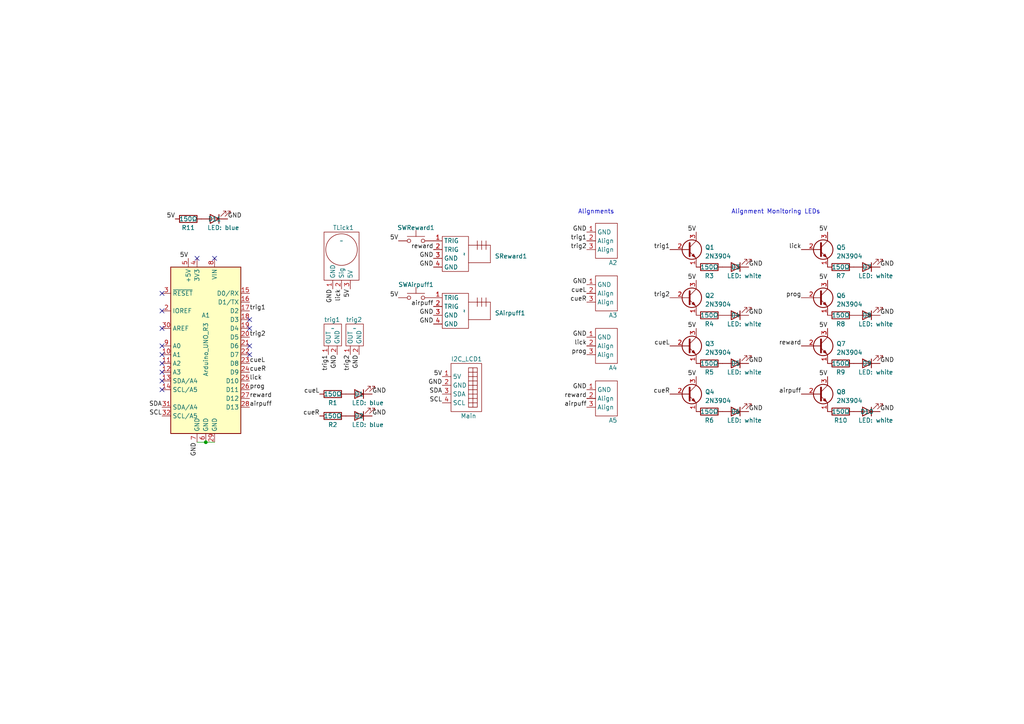
<source format=kicad_sch>
(kicad_sch (version 20230121) (generator eeschema)

  (uuid 110f30dd-1155-4604-acbb-e5963726e41c)

  (paper "A4")

  (lib_symbols
    (symbol "Device:LED" (pin_numbers hide) (pin_names (offset 1.016) hide) (in_bom yes) (on_board yes)
      (property "Reference" "D" (at 0 2.54 0)
        (effects (font (size 1.27 1.27)))
      )
      (property "Value" "LED" (at 0 -2.54 0)
        (effects (font (size 1.27 1.27)))
      )
      (property "Footprint" "" (at 0 0 0)
        (effects (font (size 1.27 1.27)) hide)
      )
      (property "Datasheet" "~" (at 0 0 0)
        (effects (font (size 1.27 1.27)) hide)
      )
      (property "ki_keywords" "LED diode" (at 0 0 0)
        (effects (font (size 1.27 1.27)) hide)
      )
      (property "ki_description" "Light emitting diode" (at 0 0 0)
        (effects (font (size 1.27 1.27)) hide)
      )
      (property "ki_fp_filters" "LED* LED_SMD:* LED_THT:*" (at 0 0 0)
        (effects (font (size 1.27 1.27)) hide)
      )
      (symbol "LED_0_1"
        (polyline
          (pts
            (xy -1.27 -1.27)
            (xy -1.27 1.27)
          )
          (stroke (width 0.254) (type default))
          (fill (type none))
        )
        (polyline
          (pts
            (xy -1.27 0)
            (xy 1.27 0)
          )
          (stroke (width 0) (type default))
          (fill (type none))
        )
        (polyline
          (pts
            (xy 1.27 -1.27)
            (xy 1.27 1.27)
            (xy -1.27 0)
            (xy 1.27 -1.27)
          )
          (stroke (width 0.254) (type default))
          (fill (type none))
        )
        (polyline
          (pts
            (xy -3.048 -0.762)
            (xy -4.572 -2.286)
            (xy -3.81 -2.286)
            (xy -4.572 -2.286)
            (xy -4.572 -1.524)
          )
          (stroke (width 0) (type default))
          (fill (type none))
        )
        (polyline
          (pts
            (xy -1.778 -0.762)
            (xy -3.302 -2.286)
            (xy -2.54 -2.286)
            (xy -3.302 -2.286)
            (xy -3.302 -1.524)
          )
          (stroke (width 0) (type default))
          (fill (type none))
        )
      )
      (symbol "LED_1_1"
        (pin passive line (at -3.81 0 0) (length 2.54)
          (name "K" (effects (font (size 1.27 1.27))))
          (number "1" (effects (font (size 1.27 1.27))))
        )
        (pin passive line (at 3.81 0 180) (length 2.54)
          (name "A" (effects (font (size 1.27 1.27))))
          (number "2" (effects (font (size 1.27 1.27))))
        )
      )
    )
    (symbol "Device:R" (pin_numbers hide) (pin_names (offset 0)) (in_bom yes) (on_board yes)
      (property "Reference" "R" (at 2.032 0 90)
        (effects (font (size 1.27 1.27)))
      )
      (property "Value" "R" (at 0 0 90)
        (effects (font (size 1.27 1.27)))
      )
      (property "Footprint" "" (at -1.778 0 90)
        (effects (font (size 1.27 1.27)) hide)
      )
      (property "Datasheet" "~" (at 0 0 0)
        (effects (font (size 1.27 1.27)) hide)
      )
      (property "ki_keywords" "R res resistor" (at 0 0 0)
        (effects (font (size 1.27 1.27)) hide)
      )
      (property "ki_description" "Resistor" (at 0 0 0)
        (effects (font (size 1.27 1.27)) hide)
      )
      (property "ki_fp_filters" "R_*" (at 0 0 0)
        (effects (font (size 1.27 1.27)) hide)
      )
      (symbol "R_0_1"
        (rectangle (start -1.016 -2.54) (end 1.016 2.54)
          (stroke (width 0.254) (type default))
          (fill (type none))
        )
      )
      (symbol "R_1_1"
        (pin passive line (at 0 3.81 270) (length 1.27)
          (name "~" (effects (font (size 1.27 1.27))))
          (number "1" (effects (font (size 1.27 1.27))))
        )
        (pin passive line (at 0 -3.81 90) (length 1.27)
          (name "~" (effects (font (size 1.27 1.27))))
          (number "2" (effects (font (size 1.27 1.27))))
        )
      )
    )
    (symbol "I2CLCD_1" (in_bom yes) (on_board yes)
      (property "Reference" "I2C_LCD" (at 7.62 3.81 0)
        (effects (font (size 1.27 1.27)))
      )
      (property "Value" "" (at 0 0 0)
        (effects (font (size 1.27 1.27)))
      )
      (property "Footprint" "" (at 0 0 0)
        (effects (font (size 1.27 1.27)) hide)
      )
      (property "Datasheet" "" (at 0 0 0)
        (effects (font (size 1.27 1.27)) hide)
      )
      (symbol "I2CLCD_1_0_1"
        (polyline
          (pts
            (xy 1.27 0)
            (xy 12.7 0)
          )
          (stroke (width 0) (type default))
          (fill (type none))
        )
        (polyline
          (pts
            (xy 2.54 1.27)
            (xy 2.54 -1.27)
          )
          (stroke (width 0) (type default))
          (fill (type none))
        )
        (polyline
          (pts
            (xy 3.81 1.27)
            (xy 3.81 -1.27)
          )
          (stroke (width 0) (type default))
          (fill (type none))
        )
        (polyline
          (pts
            (xy 5.08 1.27)
            (xy 5.08 -1.27)
          )
          (stroke (width 0) (type default))
          (fill (type none))
        )
        (polyline
          (pts
            (xy 6.35 -1.27)
            (xy 6.35 -1.27)
          )
          (stroke (width 0) (type default))
          (fill (type none))
        )
        (polyline
          (pts
            (xy 6.35 1.27)
            (xy 6.35 -1.27)
          )
          (stroke (width 0) (type default))
          (fill (type none))
        )
        (polyline
          (pts
            (xy 7.62 1.27)
            (xy 7.62 -1.27)
          )
          (stroke (width 0) (type default))
          (fill (type none))
        )
        (polyline
          (pts
            (xy 8.89 1.27)
            (xy 8.89 -1.27)
          )
          (stroke (width 0) (type default))
          (fill (type none))
        )
        (polyline
          (pts
            (xy 10.16 1.27)
            (xy 10.16 -1.27)
          )
          (stroke (width 0) (type default))
          (fill (type none))
        )
        (polyline
          (pts
            (xy 11.43 1.27)
            (xy 11.43 -1.27)
          )
          (stroke (width 0) (type default))
          (fill (type none))
        )
        (polyline
          (pts
            (xy 12.7 1.27)
            (xy 12.7 -1.27)
          )
          (stroke (width 0) (type default))
          (fill (type none))
        )
        (rectangle (start 0 2.54) (end 13.97 -6.35)
          (stroke (width 0) (type default))
          (fill (type none))
        )
        (rectangle (start 1.27 1.27) (end 12.7 -1.27)
          (stroke (width 0) (type default))
          (fill (type none))
        )
      )
      (symbol "I2CLCD_1_1_1"
        (pin power_in line (at 3.81 -8.89 90) (length 2.54)
          (name "5V" (effects (font (size 1.27 1.27))))
          (number "1" (effects (font (size 1.27 1.27))))
        )
        (pin power_in line (at 6.35 -8.89 90) (length 2.54)
          (name "GND" (effects (font (size 1.27 1.27))))
          (number "2" (effects (font (size 1.27 1.27))))
        )
        (pin input line (at 8.89 -8.89 90) (length 2.54)
          (name "SDA" (effects (font (size 1.27 1.27))))
          (number "3" (effects (font (size 1.27 1.27))))
        )
        (pin input line (at 11.43 -8.89 90) (length 2.54)
          (name "SCL" (effects (font (size 1.27 1.27))))
          (number "4" (effects (font (size 1.27 1.27))))
        )
      )
    )
    (symbol "MCU_Module:Arduino_UNO_R3" (in_bom yes) (on_board yes)
      (property "Reference" "A" (at -10.16 23.495 0)
        (effects (font (size 1.27 1.27)) (justify left bottom))
      )
      (property "Value" "Arduino_UNO_R3" (at 5.08 -26.67 0)
        (effects (font (size 1.27 1.27)) (justify left top))
      )
      (property "Footprint" "Module:Arduino_UNO_R3" (at 0 0 0)
        (effects (font (size 1.27 1.27) italic) hide)
      )
      (property "Datasheet" "https://www.arduino.cc/en/Main/arduinoBoardUno" (at 0 0 0)
        (effects (font (size 1.27 1.27)) hide)
      )
      (property "ki_keywords" "Arduino UNO R3 Microcontroller Module Atmel AVR USB" (at 0 0 0)
        (effects (font (size 1.27 1.27)) hide)
      )
      (property "ki_description" "Arduino UNO Microcontroller Module, release 3" (at 0 0 0)
        (effects (font (size 1.27 1.27)) hide)
      )
      (property "ki_fp_filters" "Arduino*UNO*R3*" (at 0 0 0)
        (effects (font (size 1.27 1.27)) hide)
      )
      (symbol "Arduino_UNO_R3_0_1"
        (rectangle (start -10.16 22.86) (end 10.16 -25.4)
          (stroke (width 0.254) (type default))
          (fill (type background))
        )
      )
      (symbol "Arduino_UNO_R3_1_1"
        (pin no_connect line (at -10.16 -20.32 0) (length 2.54) hide
          (name "NC" (effects (font (size 1.27 1.27))))
          (number "1" (effects (font (size 1.27 1.27))))
        )
        (pin bidirectional line (at 12.7 -2.54 180) (length 2.54)
          (name "A1" (effects (font (size 1.27 1.27))))
          (number "10" (effects (font (size 1.27 1.27))))
        )
        (pin bidirectional line (at 12.7 -5.08 180) (length 2.54)
          (name "A2" (effects (font (size 1.27 1.27))))
          (number "11" (effects (font (size 1.27 1.27))))
        )
        (pin bidirectional line (at 12.7 -7.62 180) (length 2.54)
          (name "A3" (effects (font (size 1.27 1.27))))
          (number "12" (effects (font (size 1.27 1.27))))
        )
        (pin bidirectional line (at 12.7 -10.16 180) (length 2.54)
          (name "SDA/A4" (effects (font (size 1.27 1.27))))
          (number "13" (effects (font (size 1.27 1.27))))
        )
        (pin bidirectional line (at 12.7 -12.7 180) (length 2.54)
          (name "SCL/A5" (effects (font (size 1.27 1.27))))
          (number "14" (effects (font (size 1.27 1.27))))
        )
        (pin bidirectional line (at -12.7 15.24 0) (length 2.54)
          (name "D0/RX" (effects (font (size 1.27 1.27))))
          (number "15" (effects (font (size 1.27 1.27))))
        )
        (pin bidirectional line (at -12.7 12.7 0) (length 2.54)
          (name "D1/TX" (effects (font (size 1.27 1.27))))
          (number "16" (effects (font (size 1.27 1.27))))
        )
        (pin bidirectional line (at -12.7 10.16 0) (length 2.54)
          (name "D2" (effects (font (size 1.27 1.27))))
          (number "17" (effects (font (size 1.27 1.27))))
        )
        (pin bidirectional line (at -12.7 7.62 0) (length 2.54)
          (name "D3" (effects (font (size 1.27 1.27))))
          (number "18" (effects (font (size 1.27 1.27))))
        )
        (pin bidirectional line (at -12.7 5.08 0) (length 2.54)
          (name "D4" (effects (font (size 1.27 1.27))))
          (number "19" (effects (font (size 1.27 1.27))))
        )
        (pin output line (at 12.7 10.16 180) (length 2.54)
          (name "IOREF" (effects (font (size 1.27 1.27))))
          (number "2" (effects (font (size 1.27 1.27))))
        )
        (pin bidirectional line (at -12.7 2.54 0) (length 2.54)
          (name "D5" (effects (font (size 1.27 1.27))))
          (number "20" (effects (font (size 1.27 1.27))))
        )
        (pin bidirectional line (at -12.7 0 0) (length 2.54)
          (name "D6" (effects (font (size 1.27 1.27))))
          (number "21" (effects (font (size 1.27 1.27))))
        )
        (pin bidirectional line (at -12.7 -2.54 0) (length 2.54)
          (name "D7" (effects (font (size 1.27 1.27))))
          (number "22" (effects (font (size 1.27 1.27))))
        )
        (pin bidirectional line (at -12.7 -5.08 0) (length 2.54)
          (name "D8" (effects (font (size 1.27 1.27))))
          (number "23" (effects (font (size 1.27 1.27))))
        )
        (pin bidirectional line (at -12.7 -7.62 0) (length 2.54)
          (name "D9" (effects (font (size 1.27 1.27))))
          (number "24" (effects (font (size 1.27 1.27))))
        )
        (pin bidirectional line (at -12.7 -10.16 0) (length 2.54)
          (name "D10" (effects (font (size 1.27 1.27))))
          (number "25" (effects (font (size 1.27 1.27))))
        )
        (pin bidirectional line (at -12.7 -12.7 0) (length 2.54)
          (name "D11" (effects (font (size 1.27 1.27))))
          (number "26" (effects (font (size 1.27 1.27))))
        )
        (pin bidirectional line (at -12.7 -15.24 0) (length 2.54)
          (name "D12" (effects (font (size 1.27 1.27))))
          (number "27" (effects (font (size 1.27 1.27))))
        )
        (pin bidirectional line (at -12.7 -17.78 0) (length 2.54)
          (name "D13" (effects (font (size 1.27 1.27))))
          (number "28" (effects (font (size 1.27 1.27))))
        )
        (pin power_in line (at -2.54 -27.94 90) (length 2.54)
          (name "GND" (effects (font (size 1.27 1.27))))
          (number "29" (effects (font (size 1.27 1.27))))
        )
        (pin input line (at 12.7 15.24 180) (length 2.54)
          (name "~{RESET}" (effects (font (size 1.27 1.27))))
          (number "3" (effects (font (size 1.27 1.27))))
        )
        (pin input line (at 12.7 5.08 180) (length 2.54)
          (name "AREF" (effects (font (size 1.27 1.27))))
          (number "30" (effects (font (size 1.27 1.27))))
        )
        (pin bidirectional line (at 12.7 -17.78 180) (length 2.54)
          (name "SDA/A4" (effects (font (size 1.27 1.27))))
          (number "31" (effects (font (size 1.27 1.27))))
        )
        (pin bidirectional line (at 12.7 -20.32 180) (length 2.54)
          (name "SCL/A5" (effects (font (size 1.27 1.27))))
          (number "32" (effects (font (size 1.27 1.27))))
        )
        (pin power_out line (at 2.54 25.4 270) (length 2.54)
          (name "3V3" (effects (font (size 1.27 1.27))))
          (number "4" (effects (font (size 1.27 1.27))))
        )
        (pin power_out line (at 5.08 25.4 270) (length 2.54)
          (name "+5V" (effects (font (size 1.27 1.27))))
          (number "5" (effects (font (size 1.27 1.27))))
        )
        (pin power_in line (at 0 -27.94 90) (length 2.54)
          (name "GND" (effects (font (size 1.27 1.27))))
          (number "6" (effects (font (size 1.27 1.27))))
        )
        (pin power_in line (at 2.54 -27.94 90) (length 2.54)
          (name "GND" (effects (font (size 1.27 1.27))))
          (number "7" (effects (font (size 1.27 1.27))))
        )
        (pin power_in line (at -2.54 25.4 270) (length 2.54)
          (name "VIN" (effects (font (size 1.27 1.27))))
          (number "8" (effects (font (size 1.27 1.27))))
        )
        (pin bidirectional line (at 12.7 0 180) (length 2.54)
          (name "A0" (effects (font (size 1.27 1.27))))
          (number "9" (effects (font (size 1.27 1.27))))
        )
      )
    )
    (symbol "Switch:SW_Push" (pin_numbers hide) (pin_names (offset 1.016) hide) (in_bom yes) (on_board yes)
      (property "Reference" "SW" (at 1.27 2.54 0)
        (effects (font (size 1.27 1.27)) (justify left))
      )
      (property "Value" "SW_Push" (at 0 -1.524 0)
        (effects (font (size 1.27 1.27)))
      )
      (property "Footprint" "" (at 0 5.08 0)
        (effects (font (size 1.27 1.27)) hide)
      )
      (property "Datasheet" "~" (at 0 5.08 0)
        (effects (font (size 1.27 1.27)) hide)
      )
      (property "ki_keywords" "switch normally-open pushbutton push-button" (at 0 0 0)
        (effects (font (size 1.27 1.27)) hide)
      )
      (property "ki_description" "Push button switch, generic, two pins" (at 0 0 0)
        (effects (font (size 1.27 1.27)) hide)
      )
      (symbol "SW_Push_0_1"
        (circle (center -2.032 0) (radius 0.508)
          (stroke (width 0) (type default))
          (fill (type none))
        )
        (polyline
          (pts
            (xy 0 1.27)
            (xy 0 3.048)
          )
          (stroke (width 0) (type default))
          (fill (type none))
        )
        (polyline
          (pts
            (xy 2.54 1.27)
            (xy -2.54 1.27)
          )
          (stroke (width 0) (type default))
          (fill (type none))
        )
        (circle (center 2.032 0) (radius 0.508)
          (stroke (width 0) (type default))
          (fill (type none))
        )
        (pin passive line (at -5.08 0 0) (length 2.54)
          (name "1" (effects (font (size 1.27 1.27))))
          (number "1" (effects (font (size 1.27 1.27))))
        )
        (pin passive line (at 5.08 0 180) (length 2.54)
          (name "2" (effects (font (size 1.27 1.27))))
          (number "2" (effects (font (size 1.27 1.27))))
        )
      )
    )
    (symbol "Transistor_BJT:2N3904" (pin_names (offset 0) hide) (in_bom yes) (on_board yes)
      (property "Reference" "Q" (at 5.08 1.905 0)
        (effects (font (size 1.27 1.27)) (justify left))
      )
      (property "Value" "2N3904" (at 5.08 0 0)
        (effects (font (size 1.27 1.27)) (justify left))
      )
      (property "Footprint" "Package_TO_SOT_THT:TO-92_Inline" (at 5.08 -1.905 0)
        (effects (font (size 1.27 1.27) italic) (justify left) hide)
      )
      (property "Datasheet" "https://www.onsemi.com/pub/Collateral/2N3903-D.PDF" (at 0 0 0)
        (effects (font (size 1.27 1.27)) (justify left) hide)
      )
      (property "ki_keywords" "NPN Transistor" (at 0 0 0)
        (effects (font (size 1.27 1.27)) hide)
      )
      (property "ki_description" "0.2A Ic, 40V Vce, Small Signal NPN Transistor, TO-92" (at 0 0 0)
        (effects (font (size 1.27 1.27)) hide)
      )
      (property "ki_fp_filters" "TO?92*" (at 0 0 0)
        (effects (font (size 1.27 1.27)) hide)
      )
      (symbol "2N3904_0_1"
        (polyline
          (pts
            (xy 0.635 0.635)
            (xy 2.54 2.54)
          )
          (stroke (width 0) (type default))
          (fill (type none))
        )
        (polyline
          (pts
            (xy 0.635 -0.635)
            (xy 2.54 -2.54)
            (xy 2.54 -2.54)
          )
          (stroke (width 0) (type default))
          (fill (type none))
        )
        (polyline
          (pts
            (xy 0.635 1.905)
            (xy 0.635 -1.905)
            (xy 0.635 -1.905)
          )
          (stroke (width 0.508) (type default))
          (fill (type none))
        )
        (polyline
          (pts
            (xy 1.27 -1.778)
            (xy 1.778 -1.27)
            (xy 2.286 -2.286)
            (xy 1.27 -1.778)
            (xy 1.27 -1.778)
          )
          (stroke (width 0) (type default))
          (fill (type outline))
        )
        (circle (center 1.27 0) (radius 2.8194)
          (stroke (width 0.254) (type default))
          (fill (type none))
        )
      )
      (symbol "2N3904_1_1"
        (pin passive line (at 2.54 -5.08 90) (length 2.54)
          (name "E" (effects (font (size 1.27 1.27))))
          (number "1" (effects (font (size 1.27 1.27))))
        )
        (pin passive line (at -5.08 0 0) (length 5.715)
          (name "B" (effects (font (size 1.27 1.27))))
          (number "2" (effects (font (size 1.27 1.27))))
        )
        (pin passive line (at 2.54 5.08 270) (length 2.54)
          (name "C" (effects (font (size 1.27 1.27))))
          (number "3" (effects (font (size 1.27 1.27))))
        )
      )
    )
    (symbol "custom symbols:Alignment" (in_bom yes) (on_board yes)
      (property "Reference" "A" (at 0 0 0)
        (effects (font (size 1.27 1.27)))
      )
      (property "Value" "Alignment" (at -6.35 0 0)
        (effects (font (size 1.27 1.27)))
      )
      (property "Footprint" "" (at -6.35 0 0)
        (effects (font (size 1.27 1.27)) hide)
      )
      (property "Datasheet" "" (at -6.35 0 0)
        (effects (font (size 1.27 1.27)) hide)
      )
      (symbol "Alignment_0_1"
        (rectangle (start -5.08 -1.27) (end 5.08 -7.62)
          (stroke (width 0) (type default))
          (fill (type none))
        )
      )
      (symbol "Alignment_1_0"
        (pin input line (at 0 -10.16 90) (length 2.54)
          (name "" (effects (font (size 1.27 1.27))))
          (number "" (effects (font (size 1.27 1.27))))
        )
      )
      (symbol "Alignment_1_1"
        (pin power_in line (at -2.54 -10.16 90) (length 2.54)
          (name "GND" (effects (font (size 1.27 1.27))))
          (number "1" (effects (font (size 1.27 1.27))))
        )
        (pin input line (at 0 -10.16 90) (length 2.54)
          (name "Align" (effects (font (size 1.27 1.27))))
          (number "2" (effects (font (size 1.27 1.27))))
        )
        (pin input line (at 2.54 -10.16 90) (length 2.54)
          (name "Align" (effects (font (size 1.27 1.27))))
          (number "3" (effects (font (size 1.27 1.27))))
        )
      )
    )
    (symbol "custom symbols:SOL" (in_bom yes) (on_board yes)
      (property "Reference" "S" (at 0 0 0)
        (effects (font (size 1.27 1.27)))
      )
      (property "Value" "" (at 0 0 0)
        (effects (font (size 1.27 1.27)))
      )
      (property "Footprint" "" (at 0 0 0)
        (effects (font (size 1.27 1.27)) hide)
      )
      (property "Datasheet" "" (at 0 0 0)
        (effects (font (size 1.27 1.27)) hide)
      )
      (symbol "SOL_0_1"
        (rectangle (start -5.08 1.27) (end 5.08 -6.35)
          (stroke (width 0) (type default))
          (fill (type none))
        )
        (polyline
          (pts
            (xy -2.54 1.27)
            (xy -2.54 7.62)
          )
          (stroke (width 0) (type default))
          (fill (type none))
        )
        (polyline
          (pts
            (xy -2.54 7.62)
            (xy 2.54 7.62)
          )
          (stroke (width 0) (type default))
          (fill (type none))
        )
        (polyline
          (pts
            (xy -1.27 3.81)
            (xy -3.81 3.81)
          )
          (stroke (width 0) (type default))
          (fill (type none))
        )
        (polyline
          (pts
            (xy -1.27 5.08)
            (xy -3.81 5.08)
          )
          (stroke (width 0) (type default))
          (fill (type none))
        )
        (polyline
          (pts
            (xy -1.27 6.35)
            (xy -3.81 6.35)
          )
          (stroke (width 0) (type default))
          (fill (type none))
        )
        (polyline
          (pts
            (xy 2.54 1.27)
            (xy 2.54 7.62)
          )
          (stroke (width 0) (type default))
          (fill (type none))
        )
        (polyline
          (pts
            (xy 2.54 7.62)
            (xy 2.54 7.62)
          )
          (stroke (width 0) (type default))
          (fill (type none))
        )
      )
      (symbol "SOL_1_1"
        (pin input line (at -3.81 -8.89 90) (length 2.54)
          (name "TRIG" (effects (font (size 1.27 1.27))))
          (number "1" (effects (font (size 1.27 1.27))))
        )
        (pin input line (at -1.27 -8.89 90) (length 2.54)
          (name "TRIG" (effects (font (size 1.27 1.27))))
          (number "2" (effects (font (size 1.27 1.27))))
        )
        (pin power_in line (at 1.27 -8.89 90) (length 2.54)
          (name "GND" (effects (font (size 1.27 1.27))))
          (number "3" (effects (font (size 1.27 1.27))))
        )
        (pin power_in line (at 3.81 -8.89 90) (length 2.54)
          (name "GND" (effects (font (size 1.27 1.27))))
          (number "4" (effects (font (size 1.27 1.27))))
        )
      )
    )
    (symbol "custom symbols:TOUCH" (in_bom yes) (on_board yes)
      (property "Reference" "T" (at 0 0 0)
        (effects (font (size 1.27 1.27)))
      )
      (property "Value" "" (at 0 0 0)
        (effects (font (size 1.27 1.27)))
      )
      (property "Footprint" "" (at 0 0 0)
        (effects (font (size 1.27 1.27)) hide)
      )
      (property "Datasheet" "" (at 0 0 0)
        (effects (font (size 1.27 1.27)) hide)
      )
      (symbol "TOUCH_0_1"
        (rectangle (start -5.08 2.54) (end 5.08 -11.43)
          (stroke (width 0) (type default))
          (fill (type none))
        )
        (circle (center 0 -2.54) (radius 4.5791)
          (stroke (width 0) (type default))
          (fill (type none))
        )
      )
      (symbol "TOUCH_1_1"
        (pin power_in line (at -2.54 -13.97 90) (length 2.54)
          (name "GND" (effects (font (size 1.27 1.27))))
          (number "1" (effects (font (size 1.27 1.27))))
        )
        (pin input line (at 0 -13.97 90) (length 2.54)
          (name "Sig" (effects (font (size 1.27 1.27))))
          (number "2" (effects (font (size 1.27 1.27))))
        )
        (pin input line (at 2.54 -13.97 90) (length 2.54)
          (name "5V" (effects (font (size 1.27 1.27))))
          (number "3" (effects (font (size 1.27 1.27))))
        )
      )
    )
    (symbol "custom symbols:trigout" (in_bom yes) (on_board yes)
      (property "Reference" "U" (at 0 0 0)
        (effects (font (size 1.27 1.27)))
      )
      (property "Value" "" (at 0 0 0)
        (effects (font (size 1.27 1.27)))
      )
      (property "Footprint" "" (at 0 0 0)
        (effects (font (size 1.27 1.27)) hide)
      )
      (property "Datasheet" "" (at 0 0 0)
        (effects (font (size 1.27 1.27)) hide)
      )
      (symbol "trigout_0_1"
        (rectangle (start -2.54 1.27) (end 2.54 -5.08)
          (stroke (width 0) (type default))
          (fill (type none))
        )
      )
      (symbol "trigout_1_1"
        (pin output line (at -1.27 -7.62 90) (length 2.54)
          (name "OUT" (effects (font (size 1.27 1.27))))
          (number "1" (effects (font (size 1.27 1.27))))
        )
        (pin power_in line (at 1.27 -7.62 90) (length 2.54)
          (name "GND" (effects (font (size 1.27 1.27))))
          (number "2" (effects (font (size 1.27 1.27))))
        )
      )
    )
  )

  (junction (at 59.69 128.27) (diameter 0) (color 0 0 0 0)
    (uuid f7de3216-5bf8-489f-89b1-bc99eb78a0ee)
  )

  (no_connect (at 46.99 95.25) (uuid 0c3f4094-d85a-473d-a505-75af178d3588))
  (no_connect (at 57.15 74.93) (uuid 242c04df-23c2-45e9-b901-9306c821cdb3))
  (no_connect (at 46.99 105.41) (uuid 298bc92b-bdcf-45bc-a226-a30677bb4e20))
  (no_connect (at 72.39 95.25) (uuid 3268d46b-76c3-4c9b-9313-608e0dc72e19))
  (no_connect (at 72.39 102.87) (uuid 35c61a68-0c65-406a-9f3c-227a788273bc))
  (no_connect (at 46.99 102.87) (uuid 495cc52f-48f3-4936-ba94-f3698a845e4e))
  (no_connect (at 46.99 107.95) (uuid 5da7dbc7-9ef8-45e2-8bbd-48fabbad9da1))
  (no_connect (at 46.99 113.03) (uuid 609edc9c-6bac-41e0-aa4f-cca43e8052e9))
  (no_connect (at 62.23 74.93) (uuid 6d45cd1e-f302-4ed7-a959-f44fa8b6daee))
  (no_connect (at 72.39 92.71) (uuid 7c73dc7e-5ad2-4c65-9e89-1e162e7413f2))
  (no_connect (at 46.99 110.49) (uuid 7f7b9587-b030-4d25-99c2-e65f294936fc))
  (no_connect (at 72.39 100.33) (uuid b2a031ee-378f-43f4-9a2e-0eb814f49493))
  (no_connect (at 46.99 100.33) (uuid b628641c-60cb-4cf9-bb2c-b79add42e901))
  (no_connect (at 46.99 90.17) (uuid d0a3e5e3-b495-46c5-a12c-a4b1e87e97dd))
  (no_connect (at 46.99 85.09) (uuid e83db1d1-b657-49f6-b809-f6b03c981c32))

  (wire (pts (xy 59.69 128.27) (xy 62.23 128.27))
    (stroke (width 0) (type default))
    (uuid 1c08dba4-453e-46e4-b7d7-39f730b83c89)
  )
  (wire (pts (xy 57.15 128.27) (xy 59.69 128.27))
    (stroke (width 0) (type default))
    (uuid f1205783-a2db-4b02-b027-e6525ad83c31)
  )

  (text "Alignment Monitoring LEDs" (at 212.09 62.23 0)
    (effects (font (size 1.27 1.27)) (justify left bottom))
    (uuid 6bfda982-6714-48d0-8c1b-bf94ccd61860)
  )
  (text "Alignments" (at 167.64 62.23 0)
    (effects (font (size 1.27 1.27)) (justify left bottom))
    (uuid ef663209-b7b7-4db3-a488-dc9b8f9b6a81)
  )

  (label "GND" (at 97.79 102.87 270) (fields_autoplaced)
    (effects (font (size 1.27 1.27)) (justify right bottom))
    (uuid 02f01ed7-d5f8-497f-8819-d1dfe8ea982f)
  )
  (label "GND" (at 66.04 63.5 0) (fields_autoplaced)
    (effects (font (size 1.27 1.27)) (justify left bottom))
    (uuid 0656f1d6-4d12-4382-952f-a571d5be5f33)
  )
  (label "lick" (at 99.06 83.82 270) (fields_autoplaced)
    (effects (font (size 1.27 1.27)) (justify right bottom))
    (uuid 092e81ad-26d7-4553-aa3f-cd81bf85d57e)
  )
  (label "trig2" (at 101.6 102.87 270) (fields_autoplaced)
    (effects (font (size 1.27 1.27)) (justify right bottom))
    (uuid 0be93667-b0d4-47bb-89eb-6c461bd11b4f)
  )
  (label "GND" (at 255.27 119.38 0) (fields_autoplaced)
    (effects (font (size 1.27 1.27)) (justify left bottom))
    (uuid 10ff6c62-8339-4e16-8f52-6f266bd6f960)
  )
  (label "SCL" (at 128.27 116.84 180) (fields_autoplaced)
    (effects (font (size 1.27 1.27)) (justify right bottom))
    (uuid 12f8fb0d-1441-49aa-b68a-0477c45f8da1)
  )
  (label "GND" (at 128.27 111.76 180) (fields_autoplaced)
    (effects (font (size 1.27 1.27)) (justify right bottom))
    (uuid 15f5c6be-3df1-4e57-bf48-16ce258faff0)
  )
  (label "airpuff" (at 125.73 88.9 180) (fields_autoplaced)
    (effects (font (size 1.27 1.27)) (justify right bottom))
    (uuid 1bd4c236-ce07-478d-b5aa-c4d32770a463)
  )
  (label "reward" (at 232.41 100.33 180) (fields_autoplaced)
    (effects (font (size 1.27 1.27)) (justify right bottom))
    (uuid 224a2c53-be63-4f4e-ab9e-dd2336cea278)
  )
  (label "airpuff" (at 170.18 118.11 180) (fields_autoplaced)
    (effects (font (size 1.27 1.27)) (justify right bottom))
    (uuid 2376ceab-59b4-4d7e-a6d5-b493fa9980e2)
  )
  (label "SCL" (at 46.99 120.65 180) (fields_autoplaced)
    (effects (font (size 1.27 1.27)) (justify right bottom))
    (uuid 294ff3f2-f5b2-4b62-8a7f-5b575b83f6dc)
  )
  (label "trig1" (at 170.18 69.85 180) (fields_autoplaced)
    (effects (font (size 1.27 1.27)) (justify right bottom))
    (uuid 3079149f-8e95-4fb8-a193-c142d9eceedf)
  )
  (label "lick" (at 232.41 72.39 180) (fields_autoplaced)
    (effects (font (size 1.27 1.27)) (justify right bottom))
    (uuid 30c33752-036a-4f13-baa4-e95e9a17780b)
  )
  (label "GND" (at 170.18 113.03 180) (fields_autoplaced)
    (effects (font (size 1.27 1.27)) (justify right bottom))
    (uuid 32bfc603-bdc6-4c30-a468-5d93fd0c3197)
  )
  (label "GND" (at 217.17 105.41 0) (fields_autoplaced)
    (effects (font (size 1.27 1.27)) (justify left bottom))
    (uuid 3762cf39-6cef-4cd2-93d2-9c450411ef15)
  )
  (label "5V" (at 50.8 63.5 180) (fields_autoplaced)
    (effects (font (size 1.27 1.27)) (justify right bottom))
    (uuid 38f96d32-beb7-488a-a2e7-cd5e358a2054)
  )
  (label "cueL" (at 194.31 100.33 180) (fields_autoplaced)
    (effects (font (size 1.27 1.27)) (justify right bottom))
    (uuid 3beee253-069a-4bc8-97cf-8701d9da5e2b)
  )
  (label "GND" (at 217.17 91.44 0) (fields_autoplaced)
    (effects (font (size 1.27 1.27)) (justify left bottom))
    (uuid 3caaacb2-d87c-466e-8660-e6893a18776b)
  )
  (label "reward" (at 72.39 115.57 0) (fields_autoplaced)
    (effects (font (size 1.27 1.27)) (justify left bottom))
    (uuid 44782902-b088-40ff-805a-b602b5902968)
  )
  (label "5V" (at 128.27 109.22 180) (fields_autoplaced)
    (effects (font (size 1.27 1.27)) (justify right bottom))
    (uuid 48b8947d-67e7-4f33-ad20-7cdd958206a5)
  )
  (label "GND" (at 170.18 67.31 180) (fields_autoplaced)
    (effects (font (size 1.27 1.27)) (justify right bottom))
    (uuid 48cd4a12-eec4-432a-9b87-9aed3e44b0d0)
  )
  (label "prog" (at 170.18 102.87 180) (fields_autoplaced)
    (effects (font (size 1.27 1.27)) (justify right bottom))
    (uuid 4958ce12-4037-4f0c-a8ee-1aaff4544ad5)
  )
  (label "cueR" (at 170.18 87.63 180) (fields_autoplaced)
    (effects (font (size 1.27 1.27)) (justify right bottom))
    (uuid 52d636ee-5da6-4e5f-a59a-02f93ec0bbc2)
  )
  (label "cueR" (at 92.71 120.65 180) (fields_autoplaced)
    (effects (font (size 1.27 1.27)) (justify right bottom))
    (uuid 53d1f001-3597-4e58-aa0d-8f25be2eecff)
  )
  (label "GND" (at 57.15 128.27 270) (fields_autoplaced)
    (effects (font (size 1.27 1.27)) (justify right bottom))
    (uuid 5444d01e-8e58-40c6-8458-738cddd37821)
  )
  (label "GND" (at 255.27 91.44 0) (fields_autoplaced)
    (effects (font (size 1.27 1.27)) (justify left bottom))
    (uuid 5a943a80-eb44-4830-af1f-5822b0bb436d)
  )
  (label "GND" (at 255.27 105.41 0) (fields_autoplaced)
    (effects (font (size 1.27 1.27)) (justify left bottom))
    (uuid 5ab1e602-3ea8-418c-a76d-21e77321e508)
  )
  (label "GND" (at 104.14 102.87 270) (fields_autoplaced)
    (effects (font (size 1.27 1.27)) (justify right bottom))
    (uuid 5c56b9c2-da5d-488a-8b94-10fe4b2922dc)
  )
  (label "lick" (at 72.39 110.49 0) (fields_autoplaced)
    (effects (font (size 1.27 1.27)) (justify left bottom))
    (uuid 5c9655cb-6b81-4730-bf65-bc366fc7227e)
  )
  (label "GND" (at 217.17 77.47 0) (fields_autoplaced)
    (effects (font (size 1.27 1.27)) (justify left bottom))
    (uuid 614cab57-716e-4ef7-87f9-c2ebb9b0f0d4)
  )
  (label "GND" (at 125.73 74.93 180) (fields_autoplaced)
    (effects (font (size 1.27 1.27)) (justify right bottom))
    (uuid 683cc0cc-8411-44ef-a71e-1ad917d6fcea)
  )
  (label "trig2" (at 72.39 97.79 0) (fields_autoplaced)
    (effects (font (size 1.27 1.27)) (justify left bottom))
    (uuid 6d2804f5-237f-4655-8b49-fd418a5e1bdc)
  )
  (label "5V" (at 201.93 81.28 180) (fields_autoplaced)
    (effects (font (size 1.27 1.27)) (justify right bottom))
    (uuid 7109c54e-fee1-4207-bd99-f47b8368a9eb)
  )
  (label "cueR" (at 194.31 114.3 180) (fields_autoplaced)
    (effects (font (size 1.27 1.27)) (justify right bottom))
    (uuid 75340c7e-dba5-4867-a765-9c4451d4006b)
  )
  (label "airpuff" (at 72.39 118.11 0) (fields_autoplaced)
    (effects (font (size 1.27 1.27)) (justify left bottom))
    (uuid 787f9f46-91b4-49c1-8a7d-a878c629eb2d)
  )
  (label "GND" (at 125.73 93.98 180) (fields_autoplaced)
    (effects (font (size 1.27 1.27)) (justify right bottom))
    (uuid 7a136e23-fe8c-40f9-a6af-05fa43137aa8)
  )
  (label "GND" (at 170.18 97.79 180) (fields_autoplaced)
    (effects (font (size 1.27 1.27)) (justify right bottom))
    (uuid 7a4789ef-12aa-47be-9a2e-7b824bd73d54)
  )
  (label "cueL" (at 72.39 105.41 0) (fields_autoplaced)
    (effects (font (size 1.27 1.27)) (justify left bottom))
    (uuid 7f2992a1-ba2d-47e9-8eb5-301a3f9adfee)
  )
  (label "cueL" (at 92.71 114.3 180) (fields_autoplaced)
    (effects (font (size 1.27 1.27)) (justify right bottom))
    (uuid 892db5e8-d8a6-4b6c-9b3c-d77c0d02a5ac)
  )
  (label "trig2" (at 170.18 72.39 180) (fields_autoplaced)
    (effects (font (size 1.27 1.27)) (justify right bottom))
    (uuid 8c1f8358-2a98-49ed-902e-0cbaf871b38c)
  )
  (label "5V" (at 201.93 95.25 180) (fields_autoplaced)
    (effects (font (size 1.27 1.27)) (justify right bottom))
    (uuid 8dbe8b34-3ec3-4c2f-87ba-e2b91a64c0c6)
  )
  (label "GND" (at 96.52 83.82 270) (fields_autoplaced)
    (effects (font (size 1.27 1.27)) (justify right bottom))
    (uuid 95e47c1d-096e-47a6-9283-c0880a4c0738)
  )
  (label "prog" (at 72.39 113.03 0) (fields_autoplaced)
    (effects (font (size 1.27 1.27)) (justify left bottom))
    (uuid 98a00f5d-4f9d-476e-be99-c3a29526761d)
  )
  (label "GND" (at 125.73 77.47 180) (fields_autoplaced)
    (effects (font (size 1.27 1.27)) (justify right bottom))
    (uuid 98e9e8aa-c42d-4b6a-af61-a5a678ff2c15)
  )
  (label "GND" (at 217.17 119.38 0) (fields_autoplaced)
    (effects (font (size 1.27 1.27)) (justify left bottom))
    (uuid 99bb588d-4c71-4514-b5da-1de82746b204)
  )
  (label "trig1" (at 95.25 102.87 270) (fields_autoplaced)
    (effects (font (size 1.27 1.27)) (justify right bottom))
    (uuid 9a9005a0-a23d-471c-8975-9c19ba11b955)
  )
  (label "5V" (at 240.03 95.25 180) (fields_autoplaced)
    (effects (font (size 1.27 1.27)) (justify right bottom))
    (uuid 9dfd5e68-e9a0-4ef8-b0a4-7e6124086cad)
  )
  (label "GND" (at 255.27 77.47 0) (fields_autoplaced)
    (effects (font (size 1.27 1.27)) (justify left bottom))
    (uuid a13c45fc-5be0-4407-9241-bd5ca4ed398e)
  )
  (label "SDA" (at 128.27 114.3 180) (fields_autoplaced)
    (effects (font (size 1.27 1.27)) (justify right bottom))
    (uuid a19af485-9fd6-4160-b012-cedc7b47d995)
  )
  (label "trig1" (at 194.31 72.39 180) (fields_autoplaced)
    (effects (font (size 1.27 1.27)) (justify right bottom))
    (uuid a2e13c73-0282-4e7c-b5f9-7520ba72ee10)
  )
  (label "airpuff" (at 232.41 114.3 180) (fields_autoplaced)
    (effects (font (size 1.27 1.27)) (justify right bottom))
    (uuid a71b95e7-b677-4070-832b-78943d263b36)
  )
  (label "cueL" (at 170.18 85.09 180) (fields_autoplaced)
    (effects (font (size 1.27 1.27)) (justify right bottom))
    (uuid aa8f33f5-ee8c-4109-8f5c-498b8372f773)
  )
  (label "GND" (at 125.73 91.44 180) (fields_autoplaced)
    (effects (font (size 1.27 1.27)) (justify right bottom))
    (uuid bbb525d1-0664-49c9-86be-5853cf8b8b56)
  )
  (label "5V" (at 240.03 67.31 180) (fields_autoplaced)
    (effects (font (size 1.27 1.27)) (justify right bottom))
    (uuid bcec7038-e4cf-4847-b6d0-3654d06da854)
  )
  (label "cueR" (at 72.39 107.95 0) (fields_autoplaced)
    (effects (font (size 1.27 1.27)) (justify left bottom))
    (uuid c8080894-5ae2-4f3f-a3e4-0b4e13741ebc)
  )
  (label "5V" (at 201.93 67.31 180) (fields_autoplaced)
    (effects (font (size 1.27 1.27)) (justify right bottom))
    (uuid ca5fd308-34e8-4a4c-8571-ccb7394283e7)
  )
  (label "5V" (at 115.57 69.85 180) (fields_autoplaced)
    (effects (font (size 1.27 1.27)) (justify right bottom))
    (uuid ca86c38f-d624-4949-9092-ca55f8c02b3c)
  )
  (label "GND" (at 107.95 120.65 0) (fields_autoplaced)
    (effects (font (size 1.27 1.27)) (justify left bottom))
    (uuid cc54fddb-75a1-4dad-9c09-1566c8dbd48e)
  )
  (label "GND" (at 107.95 114.3 0) (fields_autoplaced)
    (effects (font (size 1.27 1.27)) (justify left bottom))
    (uuid d59eac52-1a65-439e-a1b2-a017209e0db7)
  )
  (label "5V" (at 54.61 74.93 180) (fields_autoplaced)
    (effects (font (size 1.27 1.27)) (justify right bottom))
    (uuid d8825a48-2a97-4559-a938-8d59c28c18e4)
  )
  (label "reward" (at 125.73 72.39 180) (fields_autoplaced)
    (effects (font (size 1.27 1.27)) (justify right bottom))
    (uuid df09d115-5114-4e1e-8ae9-0d792bf41bdf)
  )
  (label "5V" (at 201.93 109.22 180) (fields_autoplaced)
    (effects (font (size 1.27 1.27)) (justify right bottom))
    (uuid e37b326f-96a2-4475-9281-28dda0fc1a56)
  )
  (label "5V" (at 240.03 81.28 180) (fields_autoplaced)
    (effects (font (size 1.27 1.27)) (justify right bottom))
    (uuid e3f2a379-fc94-4eb2-aa5b-539978187c29)
  )
  (label "5V" (at 240.03 109.22 180) (fields_autoplaced)
    (effects (font (size 1.27 1.27)) (justify right bottom))
    (uuid e42e8add-ecd0-4227-83e1-8b44e221d93f)
  )
  (label "GND" (at 170.18 82.55 180) (fields_autoplaced)
    (effects (font (size 1.27 1.27)) (justify right bottom))
    (uuid e7bf8755-9a63-471f-b80a-ad5d036e3570)
  )
  (label "reward" (at 170.18 115.57 180) (fields_autoplaced)
    (effects (font (size 1.27 1.27)) (justify right bottom))
    (uuid ed7c4760-56e4-40e0-a453-5ccdef43e25b)
  )
  (label "5V" (at 101.6 83.82 270) (fields_autoplaced)
    (effects (font (size 1.27 1.27)) (justify right bottom))
    (uuid ee66d303-1fed-4693-a683-89c5f0a92b8f)
  )
  (label "SDA" (at 46.99 118.11 180) (fields_autoplaced)
    (effects (font (size 1.27 1.27)) (justify right bottom))
    (uuid f0c3c021-787b-4a8b-a7fd-b4be448e20ed)
  )
  (label "trig1" (at 72.39 90.17 0) (fields_autoplaced)
    (effects (font (size 1.27 1.27)) (justify left bottom))
    (uuid f1f6e7dd-ebcf-4845-b6ba-3e1a7aceaab2)
  )
  (label "trig2" (at 194.31 86.36 180) (fields_autoplaced)
    (effects (font (size 1.27 1.27)) (justify right bottom))
    (uuid f85b08f1-220f-413c-a905-1075f5cfa67f)
  )
  (label "prog" (at 232.41 86.36 180) (fields_autoplaced)
    (effects (font (size 1.27 1.27)) (justify right bottom))
    (uuid fa9bf32c-2261-4294-8a4a-7433606d86e0)
  )
  (label "lick" (at 170.18 100.33 180) (fields_autoplaced)
    (effects (font (size 1.27 1.27)) (justify right bottom))
    (uuid fde29c15-80f0-4330-ab6d-f1389d21b49e)
  )
  (label "5V" (at 115.57 86.36 180) (fields_autoplaced)
    (effects (font (size 1.27 1.27)) (justify right bottom))
    (uuid febb3fea-60a3-4526-a12e-c73817bfc26d)
  )

  (symbol (lib_id "custom symbols:Alignment") (at 180.34 115.57 270) (unit 1)
    (in_bom yes) (on_board yes) (dnp no)
    (uuid 0c8035ca-f0ef-4889-8948-c50fa002bda3)
    (property "Reference" "A5" (at 176.53 121.92 90)
      (effects (font (size 1.27 1.27)) (justify left))
    )
    (property "Value" "Alignment" (at 173.99 121.92 0)
      (effects (font (size 1.27 1.27)) (justify left) hide)
    )
    (property "Footprint" "DIY_footprints:TE_640456-3" (at 180.34 109.22 0)
      (effects (font (size 1.27 1.27)) hide)
    )
    (property "Datasheet" "" (at 180.34 109.22 0)
      (effects (font (size 1.27 1.27)) hide)
    )
    (pin "" (uuid 6278fbf4-1d18-4db9-8d9a-e3b047a8e427))
    (pin "1" (uuid a4e64ea1-edd3-46fc-952f-3df880c4ae24))
    (pin "2" (uuid 13e6565a-3478-449d-9de8-9f19fc2ba6c5))
    (pin "3" (uuid 3fcead7b-da42-4423-92b6-3988210c3112))
    (instances
      (project "Treadmill_V2"
        (path "/110f30dd-1155-4604-acbb-e5963726e41c"
          (reference "A5") (unit 1)
        )
      )
      (project "THREAT_REWARD_BOX"
        (path "/cc8fdce9-97dc-40dc-acbe-cc2445b78cc2"
          (reference "A3") (unit 1)
        )
      )
    )
  )

  (symbol (lib_id "Transistor_BJT:2N3904") (at 237.49 72.39 0) (unit 1)
    (in_bom yes) (on_board yes) (dnp no) (fields_autoplaced)
    (uuid 17255619-59ba-40b7-8148-05759e62b177)
    (property "Reference" "Q5" (at 242.57 71.755 0)
      (effects (font (size 1.27 1.27)) (justify left))
    )
    (property "Value" "2N3904" (at 242.57 74.295 0)
      (effects (font (size 1.27 1.27)) (justify left))
    )
    (property "Footprint" "Package_TO_SOT_THT:TO-92_Inline" (at 242.57 74.295 0)
      (effects (font (size 1.27 1.27) italic) (justify left) hide)
    )
    (property "Datasheet" "https://www.onsemi.com/pub/Collateral/2N3903-D.PDF" (at 237.49 72.39 0)
      (effects (font (size 1.27 1.27)) (justify left) hide)
    )
    (pin "1" (uuid f44ab6eb-4054-464a-b162-c0b75ab3628c))
    (pin "2" (uuid e7fca901-58ee-484d-b386-0c50fc207728))
    (pin "3" (uuid ad9a56d1-3709-4b3e-845e-f0df59c9f8bb))
    (instances
      (project "Treadmill_V2"
        (path "/110f30dd-1155-4604-acbb-e5963726e41c"
          (reference "Q5") (unit 1)
        )
      )
    )
  )

  (symbol (lib_id "custom symbols:SOL") (at 134.62 73.66 270) (unit 1)
    (in_bom yes) (on_board yes) (dnp no) (fields_autoplaced)
    (uuid 18a4fbbf-d79e-43d8-b282-a8dfe9eb1f5d)
    (property "Reference" "SReward1" (at 143.51 74.295 90)
      (effects (font (size 1.27 1.27)) (justify left))
    )
    (property "Value" "~" (at 134.62 73.66 0)
      (effects (font (size 1.27 1.27)))
    )
    (property "Footprint" "DIY_footprints:TE_640456-4" (at 134.62 73.66 0)
      (effects (font (size 1.27 1.27)) hide)
    )
    (property "Datasheet" "" (at 134.62 73.66 0)
      (effects (font (size 1.27 1.27)) hide)
    )
    (pin "1" (uuid 6f7203f0-b5d4-4887-8eb0-a5693b0dd0a3))
    (pin "2" (uuid ee495cc7-f88b-4d7f-8d87-71d6cbe3da1e))
    (pin "3" (uuid 63ca0074-47cb-47f7-b55e-4828bc24fc18))
    (pin "4" (uuid 70a5d0b8-6b39-46ec-88a4-f90695caa47d))
    (instances
      (project "Treadmill_V2"
        (path "/110f30dd-1155-4604-acbb-e5963726e41c"
          (reference "SReward1") (unit 1)
        )
      )
    )
  )

  (symbol (lib_id "Device:LED") (at 213.36 119.38 180) (unit 1)
    (in_bom yes) (on_board yes) (dnp no)
    (uuid 209eb86a-90db-436e-9f89-5ca00ba54e09)
    (property "Reference" "D6" (at 213.36 119.38 0)
      (effects (font (size 1.27 1.27)))
    )
    (property "Value" "LED: white" (at 215.9 121.92 0)
      (effects (font (size 1.27 1.27)))
    )
    (property "Footprint" "LED_THT:LED_D5.0mm" (at 213.36 119.38 0)
      (effects (font (size 1.27 1.27)) hide)
    )
    (property "Datasheet" "~" (at 213.36 119.38 0)
      (effects (font (size 1.27 1.27)) hide)
    )
    (pin "1" (uuid 59197845-d81b-4693-8952-8f67dbe28237))
    (pin "2" (uuid 52a25f14-347b-4526-99eb-023588512c22))
    (instances
      (project "Treadmill_V2"
        (path "/110f30dd-1155-4604-acbb-e5963726e41c"
          (reference "D6") (unit 1)
        )
      )
      (project "THREAT_REWARD_BOX"
        (path "/cc8fdce9-97dc-40dc-acbe-cc2445b78cc2"
          (reference "D2") (unit 1)
        )
      )
    )
  )

  (symbol (lib_id "Switch:SW_Push") (at 120.65 86.36 0) (unit 1)
    (in_bom yes) (on_board yes) (dnp no)
    (uuid 2172808f-71a6-42f1-af07-2bd72fdd0f05)
    (property "Reference" "SWAirpuff1" (at 120.65 82.55 0)
      (effects (font (size 1.27 1.27)))
    )
    (property "Value" "SW_Push" (at 120.65 82.55 0)
      (effects (font (size 1.27 1.27)) hide)
    )
    (property "Footprint" "Button_Switch_THT:SW_PUSH_6mm" (at 120.65 81.28 0)
      (effects (font (size 1.27 1.27)) hide)
    )
    (property "Datasheet" "~" (at 120.65 81.28 0)
      (effects (font (size 1.27 1.27)) hide)
    )
    (pin "1" (uuid cbb05158-e426-474a-b549-200834f2abc8))
    (pin "2" (uuid b0614871-45a7-4e8e-a8fa-f32eec01622e))
    (instances
      (project "Treadmill_V2"
        (path "/110f30dd-1155-4604-acbb-e5963726e41c"
          (reference "SWAirpuff1") (unit 1)
        )
      )
    )
  )

  (symbol (lib_id "Device:LED") (at 213.36 91.44 180) (unit 1)
    (in_bom yes) (on_board yes) (dnp no)
    (uuid 23142a88-8306-4ab3-bc61-c973bc600460)
    (property "Reference" "D4" (at 213.36 91.44 0)
      (effects (font (size 1.27 1.27)))
    )
    (property "Value" "LED: white" (at 215.9 93.98 0)
      (effects (font (size 1.27 1.27)))
    )
    (property "Footprint" "LED_THT:LED_D5.0mm" (at 213.36 91.44 0)
      (effects (font (size 1.27 1.27)) hide)
    )
    (property "Datasheet" "~" (at 213.36 91.44 0)
      (effects (font (size 1.27 1.27)) hide)
    )
    (pin "1" (uuid d1aba1ad-6293-481e-ac6b-d5cf676907e7))
    (pin "2" (uuid a2637c51-4716-403a-8c55-b551e0bfc144))
    (instances
      (project "Treadmill_V2"
        (path "/110f30dd-1155-4604-acbb-e5963726e41c"
          (reference "D4") (unit 1)
        )
      )
      (project "THREAT_REWARD_BOX"
        (path "/cc8fdce9-97dc-40dc-acbe-cc2445b78cc2"
          (reference "D2") (unit 1)
        )
      )
    )
  )

  (symbol (lib_id "Device:LED") (at 251.46 91.44 180) (unit 1)
    (in_bom yes) (on_board yes) (dnp no)
    (uuid 2bb45d1f-6578-4dd0-afe7-1f904b0c41e9)
    (property "Reference" "D8" (at 251.46 91.44 0)
      (effects (font (size 1.27 1.27)))
    )
    (property "Value" "LED: white" (at 254 93.98 0)
      (effects (font (size 1.27 1.27)))
    )
    (property "Footprint" "LED_THT:LED_D5.0mm" (at 251.46 91.44 0)
      (effects (font (size 1.27 1.27)) hide)
    )
    (property "Datasheet" "~" (at 251.46 91.44 0)
      (effects (font (size 1.27 1.27)) hide)
    )
    (pin "1" (uuid c85339d5-0393-4bf6-a2f8-2a26b09434e7))
    (pin "2" (uuid 8897b2f8-7609-465b-b018-8c0b13511b42))
    (instances
      (project "Treadmill_V2"
        (path "/110f30dd-1155-4604-acbb-e5963726e41c"
          (reference "D8") (unit 1)
        )
      )
      (project "THREAT_REWARD_BOX"
        (path "/cc8fdce9-97dc-40dc-acbe-cc2445b78cc2"
          (reference "D2") (unit 1)
        )
      )
    )
  )

  (symbol (lib_id "Device:R") (at 243.84 105.41 270) (unit 1)
    (in_bom yes) (on_board yes) (dnp no)
    (uuid 2cd815e0-e7a1-45e0-a964-52ea266be078)
    (property "Reference" "R9" (at 243.84 107.95 90)
      (effects (font (size 1.27 1.27)))
    )
    (property "Value" "150Ω" (at 243.84 105.41 90)
      (effects (font (size 1.27 1.27)))
    )
    (property "Footprint" "Resistor_THT:R_Axial_DIN0207_L6.3mm_D2.5mm_P7.62mm_Horizontal" (at 243.84 103.632 90)
      (effects (font (size 1.27 1.27)) hide)
    )
    (property "Datasheet" "~" (at 243.84 105.41 0)
      (effects (font (size 1.27 1.27)) hide)
    )
    (pin "1" (uuid b0afcc43-2295-4475-a3ce-4903d3352220))
    (pin "2" (uuid dace56e6-a730-4ca5-b19a-c2701cb2933b))
    (instances
      (project "Treadmill_V2"
        (path "/110f30dd-1155-4604-acbb-e5963726e41c"
          (reference "R9") (unit 1)
        )
      )
      (project "THREAT_REWARD_BOX"
        (path "/cc8fdce9-97dc-40dc-acbe-cc2445b78cc2"
          (reference "R1") (unit 1)
        )
      )
    )
  )

  (symbol (lib_id "Device:R") (at 243.84 91.44 270) (unit 1)
    (in_bom yes) (on_board yes) (dnp no)
    (uuid 3140aa9a-2e79-4c4a-9ec1-a98f2b7bb005)
    (property "Reference" "R8" (at 243.84 93.98 90)
      (effects (font (size 1.27 1.27)))
    )
    (property "Value" "150Ω" (at 243.84 91.44 90)
      (effects (font (size 1.27 1.27)))
    )
    (property "Footprint" "Resistor_THT:R_Axial_DIN0207_L6.3mm_D2.5mm_P7.62mm_Horizontal" (at 243.84 89.662 90)
      (effects (font (size 1.27 1.27)) hide)
    )
    (property "Datasheet" "~" (at 243.84 91.44 0)
      (effects (font (size 1.27 1.27)) hide)
    )
    (pin "1" (uuid 02dc59c7-bb0e-448c-83bb-f5c4829af0ab))
    (pin "2" (uuid dba520e7-1973-4a88-9e33-00ca24c60727))
    (instances
      (project "Treadmill_V2"
        (path "/110f30dd-1155-4604-acbb-e5963726e41c"
          (reference "R8") (unit 1)
        )
      )
      (project "THREAT_REWARD_BOX"
        (path "/cc8fdce9-97dc-40dc-acbe-cc2445b78cc2"
          (reference "R2") (unit 1)
        )
      )
    )
  )

  (symbol (lib_id "Device:LED") (at 213.36 77.47 180) (unit 1)
    (in_bom yes) (on_board yes) (dnp no)
    (uuid 33283e73-bc83-4389-bd68-32b85eddda2d)
    (property "Reference" "D3" (at 213.36 77.47 0)
      (effects (font (size 1.27 1.27)))
    )
    (property "Value" "LED: white" (at 215.9 80.01 0)
      (effects (font (size 1.27 1.27)))
    )
    (property "Footprint" "LED_THT:LED_D5.0mm" (at 213.36 77.47 0)
      (effects (font (size 1.27 1.27)) hide)
    )
    (property "Datasheet" "~" (at 213.36 77.47 0)
      (effects (font (size 1.27 1.27)) hide)
    )
    (pin "1" (uuid 91313bf3-92a7-4b7a-8394-dba1e4bb6dd3))
    (pin "2" (uuid 0ff82ab8-8474-4fd2-9e67-be72cc5b4900))
    (instances
      (project "Treadmill_V2"
        (path "/110f30dd-1155-4604-acbb-e5963726e41c"
          (reference "D3") (unit 1)
        )
      )
      (project "THREAT_REWARD_BOX"
        (path "/cc8fdce9-97dc-40dc-acbe-cc2445b78cc2"
          (reference "D1") (unit 1)
        )
      )
    )
  )

  (symbol (lib_id "Transistor_BJT:2N3904") (at 199.39 114.3 0) (unit 1)
    (in_bom yes) (on_board yes) (dnp no) (fields_autoplaced)
    (uuid 337d2579-2ad5-415e-85f6-2aa00e04dac5)
    (property "Reference" "Q4" (at 204.47 113.665 0)
      (effects (font (size 1.27 1.27)) (justify left))
    )
    (property "Value" "2N3904" (at 204.47 116.205 0)
      (effects (font (size 1.27 1.27)) (justify left))
    )
    (property "Footprint" "Package_TO_SOT_THT:TO-92_Inline" (at 204.47 116.205 0)
      (effects (font (size 1.27 1.27) italic) (justify left) hide)
    )
    (property "Datasheet" "https://www.onsemi.com/pub/Collateral/2N3903-D.PDF" (at 199.39 114.3 0)
      (effects (font (size 1.27 1.27)) (justify left) hide)
    )
    (pin "1" (uuid 4fd37fef-640f-4837-b1e5-89222c4deb12))
    (pin "2" (uuid 832ae882-50a7-458c-8658-03083e97c9f8))
    (pin "3" (uuid 7830b0bd-0b60-4548-abde-9a625a3e4c7d))
    (instances
      (project "Treadmill_V2"
        (path "/110f30dd-1155-4604-acbb-e5963726e41c"
          (reference "Q4") (unit 1)
        )
      )
    )
  )

  (symbol (lib_id "Device:LED") (at 251.46 77.47 180) (unit 1)
    (in_bom yes) (on_board yes) (dnp no)
    (uuid 3e2f1e84-bfdd-4609-b9fd-b618ee9076fc)
    (property "Reference" "D7" (at 251.46 77.47 0)
      (effects (font (size 1.27 1.27)))
    )
    (property "Value" "LED: white" (at 254 80.01 0)
      (effects (font (size 1.27 1.27)))
    )
    (property "Footprint" "LED_THT:LED_D5.0mm" (at 251.46 77.47 0)
      (effects (font (size 1.27 1.27)) hide)
    )
    (property "Datasheet" "~" (at 251.46 77.47 0)
      (effects (font (size 1.27 1.27)) hide)
    )
    (pin "1" (uuid 61e20897-68c9-4919-9806-00c8490cc44d))
    (pin "2" (uuid d259e062-f50d-428c-89f5-a994b3485fca))
    (instances
      (project "Treadmill_V2"
        (path "/110f30dd-1155-4604-acbb-e5963726e41c"
          (reference "D7") (unit 1)
        )
      )
      (project "THREAT_REWARD_BOX"
        (path "/cc8fdce9-97dc-40dc-acbe-cc2445b78cc2"
          (reference "D1") (unit 1)
        )
      )
    )
  )

  (symbol (lib_id "Transistor_BJT:2N3904") (at 237.49 86.36 0) (unit 1)
    (in_bom yes) (on_board yes) (dnp no) (fields_autoplaced)
    (uuid 40e5e1bc-5ac0-455c-bc47-34e72b771ebc)
    (property "Reference" "Q6" (at 242.57 85.725 0)
      (effects (font (size 1.27 1.27)) (justify left))
    )
    (property "Value" "2N3904" (at 242.57 88.265 0)
      (effects (font (size 1.27 1.27)) (justify left))
    )
    (property "Footprint" "Package_TO_SOT_THT:TO-92_Inline" (at 242.57 88.265 0)
      (effects (font (size 1.27 1.27) italic) (justify left) hide)
    )
    (property "Datasheet" "https://www.onsemi.com/pub/Collateral/2N3903-D.PDF" (at 237.49 86.36 0)
      (effects (font (size 1.27 1.27)) (justify left) hide)
    )
    (pin "1" (uuid 1daaeca5-b35b-4609-b8ba-51d41f874cbc))
    (pin "2" (uuid 5f9aeacb-c7d0-4e23-8bd3-7360eafb09d7))
    (pin "3" (uuid 247ed943-e51e-4da2-be7b-46dc7c42df2b))
    (instances
      (project "Treadmill_V2"
        (path "/110f30dd-1155-4604-acbb-e5963726e41c"
          (reference "Q6") (unit 1)
        )
      )
    )
  )

  (symbol (lib_id "Transistor_BJT:2N3904") (at 199.39 86.36 0) (unit 1)
    (in_bom yes) (on_board yes) (dnp no) (fields_autoplaced)
    (uuid 411ca434-ed23-415d-8205-7a2a61a8fb69)
    (property "Reference" "Q2" (at 204.47 85.725 0)
      (effects (font (size 1.27 1.27)) (justify left))
    )
    (property "Value" "2N3904" (at 204.47 88.265 0)
      (effects (font (size 1.27 1.27)) (justify left))
    )
    (property "Footprint" "Package_TO_SOT_THT:TO-92_Inline" (at 204.47 88.265 0)
      (effects (font (size 1.27 1.27) italic) (justify left) hide)
    )
    (property "Datasheet" "https://www.onsemi.com/pub/Collateral/2N3903-D.PDF" (at 199.39 86.36 0)
      (effects (font (size 1.27 1.27)) (justify left) hide)
    )
    (pin "1" (uuid dd6a9753-b6ee-4524-913b-382a3d9d59ed))
    (pin "2" (uuid 62ab9e5c-61fc-41d5-b81e-6fe30d1fc0f6))
    (pin "3" (uuid 348e9a5b-769e-4e3a-9c3e-f79b491a989e))
    (instances
      (project "Treadmill_V2"
        (path "/110f30dd-1155-4604-acbb-e5963726e41c"
          (reference "Q2") (unit 1)
        )
      )
    )
  )

  (symbol (lib_id "Device:R") (at 205.74 91.44 270) (unit 1)
    (in_bom yes) (on_board yes) (dnp no)
    (uuid 44d85bff-6a80-4d3e-90a7-76e84ea61951)
    (property "Reference" "R4" (at 205.74 93.98 90)
      (effects (font (size 1.27 1.27)))
    )
    (property "Value" "150Ω" (at 205.74 91.44 90)
      (effects (font (size 1.27 1.27)))
    )
    (property "Footprint" "Resistor_THT:R_Axial_DIN0207_L6.3mm_D2.5mm_P7.62mm_Horizontal" (at 205.74 89.662 90)
      (effects (font (size 1.27 1.27)) hide)
    )
    (property "Datasheet" "~" (at 205.74 91.44 0)
      (effects (font (size 1.27 1.27)) hide)
    )
    (pin "1" (uuid 744dfbff-1874-47f0-9c46-3bc663a6d42b))
    (pin "2" (uuid 0897fc57-9dd0-492b-a382-63892a0b2d45))
    (instances
      (project "Treadmill_V2"
        (path "/110f30dd-1155-4604-acbb-e5963726e41c"
          (reference "R4") (unit 1)
        )
      )
      (project "THREAT_REWARD_BOX"
        (path "/cc8fdce9-97dc-40dc-acbe-cc2445b78cc2"
          (reference "R2") (unit 1)
        )
      )
    )
  )

  (symbol (lib_id "custom symbols:trigout") (at 96.52 95.25 0) (unit 1)
    (in_bom yes) (on_board yes) (dnp no)
    (uuid 45c08bee-815d-4449-beca-950061684017)
    (property "Reference" "trig1" (at 93.98 92.71 0)
      (effects (font (size 1.27 1.27)) (justify left))
    )
    (property "Value" "~" (at 96.52 95.25 0)
      (effects (font (size 1.27 1.27)))
    )
    (property "Footprint" "DIY_footprints:TE_640454-2" (at 96.52 95.25 0)
      (effects (font (size 1.27 1.27)) hide)
    )
    (property "Datasheet" "" (at 96.52 95.25 0)
      (effects (font (size 1.27 1.27)) hide)
    )
    (pin "1" (uuid def28266-b9d2-4fff-814a-9edf7d8f5be6))
    (pin "2" (uuid d963aea2-ef7c-4aea-8b45-409f94d76d2e))
    (instances
      (project "Treadmill_V2"
        (path "/110f30dd-1155-4604-acbb-e5963726e41c"
          (reference "trig1") (unit 1)
        )
      )
    )
  )

  (symbol (lib_id "custom symbols:TOUCH") (at 99.06 69.85 0) (unit 1)
    (in_bom yes) (on_board yes) (dnp no)
    (uuid 46ac413c-73ca-4fe8-90ae-76083b790eb4)
    (property "Reference" "TLick1" (at 96.52 66.04 0)
      (effects (font (size 1.27 1.27)) (justify left))
    )
    (property "Value" "~" (at 99.06 69.85 0)
      (effects (font (size 1.27 1.27)))
    )
    (property "Footprint" "Connector_PinHeader_2.54mm:PinHeader_1x03_P2.54mm_Vertical" (at 99.06 69.85 0)
      (effects (font (size 1.27 1.27)) hide)
    )
    (property "Datasheet" "" (at 99.06 69.85 0)
      (effects (font (size 1.27 1.27)) hide)
    )
    (pin "1" (uuid af531ab3-4e13-4e62-b1f5-4f6c27ec0ef4))
    (pin "2" (uuid 08c06bdd-6303-4d7f-bb30-969ed040619c))
    (pin "3" (uuid 126dcb22-30bd-40da-a81c-6f3dfacf6113))
    (instances
      (project "Treadmill_V2"
        (path "/110f30dd-1155-4604-acbb-e5963726e41c"
          (reference "TLick1") (unit 1)
        )
      )
    )
  )

  (symbol (lib_id "Device:LED") (at 104.14 114.3 180) (unit 1)
    (in_bom yes) (on_board yes) (dnp no)
    (uuid 4c92e8cc-3d01-4809-9f95-fc8f6d8cf47b)
    (property "Reference" "D1" (at 104.14 114.3 0)
      (effects (font (size 1.27 1.27)))
    )
    (property "Value" "LED: blue" (at 106.68 116.84 0)
      (effects (font (size 1.27 1.27)))
    )
    (property "Footprint" "DIY_footprints:TE_640454-2" (at 104.14 114.3 0)
      (effects (font (size 1.27 1.27)) hide)
    )
    (property "Datasheet" "~" (at 104.14 114.3 0)
      (effects (font (size 1.27 1.27)) hide)
    )
    (pin "1" (uuid 39ab161e-bcd8-44ce-b6af-7a7f389fc8ec))
    (pin "2" (uuid 861152ab-9114-4c86-9b2f-e2f748f1146f))
    (instances
      (project "Treadmill_V2"
        (path "/110f30dd-1155-4604-acbb-e5963726e41c"
          (reference "D1") (unit 1)
        )
      )
      (project "THREAT_REWARD_BOX"
        (path "/cc8fdce9-97dc-40dc-acbe-cc2445b78cc2"
          (reference "D1") (unit 1)
        )
      )
    )
  )

  (symbol (lib_id "Transistor_BJT:2N3904") (at 237.49 100.33 0) (unit 1)
    (in_bom yes) (on_board yes) (dnp no) (fields_autoplaced)
    (uuid 5601dfa8-9f08-4a87-aa51-84b292cfe2b7)
    (property "Reference" "Q7" (at 242.57 99.695 0)
      (effects (font (size 1.27 1.27)) (justify left))
    )
    (property "Value" "2N3904" (at 242.57 102.235 0)
      (effects (font (size 1.27 1.27)) (justify left))
    )
    (property "Footprint" "Package_TO_SOT_THT:TO-92_Inline" (at 242.57 102.235 0)
      (effects (font (size 1.27 1.27) italic) (justify left) hide)
    )
    (property "Datasheet" "https://www.onsemi.com/pub/Collateral/2N3903-D.PDF" (at 237.49 100.33 0)
      (effects (font (size 1.27 1.27)) (justify left) hide)
    )
    (pin "1" (uuid e709a940-6919-448f-a593-63610f3e3ae5))
    (pin "2" (uuid 6dca2ce6-7f4e-45aa-bcab-e79bc996e5d6))
    (pin "3" (uuid 3677d23a-ae80-43a6-ad3f-cc98763b8a77))
    (instances
      (project "Treadmill_V2"
        (path "/110f30dd-1155-4604-acbb-e5963726e41c"
          (reference "Q7") (unit 1)
        )
      )
    )
  )

  (symbol (lib_id "Device:R") (at 205.74 119.38 270) (unit 1)
    (in_bom yes) (on_board yes) (dnp no)
    (uuid 593cbea2-e98b-442d-acf0-46f7c0d51491)
    (property "Reference" "R6" (at 205.74 121.92 90)
      (effects (font (size 1.27 1.27)))
    )
    (property "Value" "150Ω" (at 205.74 119.38 90)
      (effects (font (size 1.27 1.27)))
    )
    (property "Footprint" "Resistor_THT:R_Axial_DIN0207_L6.3mm_D2.5mm_P7.62mm_Horizontal" (at 205.74 117.602 90)
      (effects (font (size 1.27 1.27)) hide)
    )
    (property "Datasheet" "~" (at 205.74 119.38 0)
      (effects (font (size 1.27 1.27)) hide)
    )
    (pin "1" (uuid 19ae2f43-20a0-47e0-b3d0-0ecc378c21ac))
    (pin "2" (uuid 9be40ec4-c3b4-4aee-bcf6-b8e6924f15da))
    (instances
      (project "Treadmill_V2"
        (path "/110f30dd-1155-4604-acbb-e5963726e41c"
          (reference "R6") (unit 1)
        )
      )
      (project "THREAT_REWARD_BOX"
        (path "/cc8fdce9-97dc-40dc-acbe-cc2445b78cc2"
          (reference "R2") (unit 1)
        )
      )
    )
  )

  (symbol (lib_id "MCU_Module:Arduino_UNO_R3") (at 59.69 100.33 0) (mirror y) (unit 1)
    (in_bom yes) (on_board yes) (dnp no)
    (uuid 643aca70-aa88-486c-8d82-c88de7a92498)
    (property "Reference" "A1" (at 60.96 91.44 0)
      (effects (font (size 1.27 1.27)) (justify left))
    )
    (property "Value" "Arduino_UNO_R3" (at 59.69 109.22 90)
      (effects (font (size 1.27 1.27)) (justify left))
    )
    (property "Footprint" "Module:Arduino_UNO_R3" (at 59.69 100.33 0)
      (effects (font (size 1.27 1.27) italic) hide)
    )
    (property "Datasheet" "https://www.arduino.cc/en/Main/arduinoBoardUno" (at 59.69 100.33 0)
      (effects (font (size 1.27 1.27)) hide)
    )
    (pin "1" (uuid 2e17f925-ae75-4ad6-a6b3-b39ebea40c0e))
    (pin "10" (uuid e68d1406-dbb4-4a32-81c6-01e6221a4a39))
    (pin "11" (uuid 654a83df-620b-49bc-9467-85b644989f71))
    (pin "12" (uuid ea86b2fd-f796-42b9-a887-cebb40c274de))
    (pin "13" (uuid 063b3239-7866-4ced-a90c-89079dc43d25))
    (pin "14" (uuid fa1282e1-58ab-47fa-b632-6078115f1124))
    (pin "15" (uuid b25b04fc-2fc0-41ec-83f7-88ac90cd9f7f))
    (pin "16" (uuid 44c7b674-1d64-4023-acd2-0c8a865df2a9))
    (pin "17" (uuid a834f31e-5796-4e81-98fe-44a524d2448f))
    (pin "18" (uuid da141808-7d4f-4c14-9977-7a0d265c52ef))
    (pin "19" (uuid aafff3f5-c91a-45b8-bba8-b09a95a2c9de))
    (pin "2" (uuid 03598779-3109-4d5a-bd4c-c2448111bebd))
    (pin "20" (uuid da5bf14c-caf8-43a5-ab1e-b46ef6739b8c))
    (pin "21" (uuid 7fe15b3f-2ce8-433c-8fbd-665a06a54eda))
    (pin "22" (uuid 1d3e9006-4739-42ee-a726-d234075cc7b2))
    (pin "23" (uuid 5bbf2b22-6b7f-48b2-afe5-850b17289bbe))
    (pin "24" (uuid 29268429-5beb-42c9-825a-1bee6da36807))
    (pin "25" (uuid e1b29290-4317-4882-896c-24a5f1b9274d))
    (pin "26" (uuid a9646a6e-d2ec-4870-81ac-664bc8a88af6))
    (pin "27" (uuid 138e8593-53bb-4628-9749-876a04ff5016))
    (pin "28" (uuid 61a3e757-4312-4651-84c1-2d658c7ace51))
    (pin "29" (uuid 0a4ec890-8421-4ae8-b8be-fc3654e1c98b))
    (pin "3" (uuid e08176b0-6a2d-43a3-b5e1-5588a3646a29))
    (pin "30" (uuid 6570c56a-f6de-41e4-b37c-0f2c19f458d0))
    (pin "31" (uuid 456ae4bd-aa9d-4773-9be2-3b6213cca712))
    (pin "32" (uuid 33a63508-1084-4006-8789-16e32c1202bb))
    (pin "4" (uuid e7e0edcb-479c-41b1-982b-737d5d5ba6f6))
    (pin "5" (uuid 7d154d78-83ae-4d7f-a211-44c87ee86663))
    (pin "6" (uuid b529b1cb-ce09-401f-a083-70b31a969a7b))
    (pin "7" (uuid 8c0ff846-0dca-4d61-98a6-ae01a1e1d319))
    (pin "8" (uuid beeb537f-cb2d-4099-863f-4fabb069f36e))
    (pin "9" (uuid 01153475-55d7-4abb-9d06-a599d0693443))
    (instances
      (project "Treadmill_V2"
        (path "/110f30dd-1155-4604-acbb-e5963726e41c"
          (reference "A1") (unit 1)
        )
      )
    )
  )

  (symbol (lib_id "Switch:SW_Push") (at 120.65 69.85 0) (unit 1)
    (in_bom yes) (on_board yes) (dnp no)
    (uuid 6cb4bebf-b36a-49a0-a97e-b06313035651)
    (property "Reference" "SWReward1" (at 120.65 66.04 0)
      (effects (font (size 1.27 1.27)))
    )
    (property "Value" "SW_Push" (at 120.65 66.04 0)
      (effects (font (size 1.27 1.27)) hide)
    )
    (property "Footprint" "Button_Switch_THT:SW_PUSH_6mm" (at 120.65 64.77 0)
      (effects (font (size 1.27 1.27)) hide)
    )
    (property "Datasheet" "~" (at 120.65 64.77 0)
      (effects (font (size 1.27 1.27)) hide)
    )
    (pin "1" (uuid c5bb2d58-9bd2-416a-9b2e-1a8dc69e1c87))
    (pin "2" (uuid 84ed9e03-860b-4359-808d-165d5df04561))
    (instances
      (project "Treadmill_V2"
        (path "/110f30dd-1155-4604-acbb-e5963726e41c"
          (reference "SWReward1") (unit 1)
        )
      )
    )
  )

  (symbol (lib_id "custom symbols:SOL") (at 134.62 90.17 270) (unit 1)
    (in_bom yes) (on_board yes) (dnp no) (fields_autoplaced)
    (uuid 70aa7569-5cf1-47c1-adf6-47f6d2c5237b)
    (property "Reference" "SAirpuff1" (at 143.51 90.805 90)
      (effects (font (size 1.27 1.27)) (justify left))
    )
    (property "Value" "~" (at 134.62 90.17 0)
      (effects (font (size 1.27 1.27)))
    )
    (property "Footprint" "DIY_footprints:TE_640456-4" (at 134.62 90.17 0)
      (effects (font (size 1.27 1.27)) hide)
    )
    (property "Datasheet" "" (at 134.62 90.17 0)
      (effects (font (size 1.27 1.27)) hide)
    )
    (pin "1" (uuid b52e6014-242d-46df-8670-614b6bdfeb32))
    (pin "2" (uuid b796f4bb-02cb-40c1-b72f-fa7027edb27e))
    (pin "3" (uuid b0e8c01f-68cb-43d7-aea8-d167e24c444c))
    (pin "4" (uuid 6bb924e4-9ccd-4848-9bca-893286f6885a))
    (instances
      (project "Treadmill_V2"
        (path "/110f30dd-1155-4604-acbb-e5963726e41c"
          (reference "SAirpuff1") (unit 1)
        )
      )
    )
  )

  (symbol (lib_id "custom symbols:Alignment") (at 180.34 100.33 270) (unit 1)
    (in_bom yes) (on_board yes) (dnp no)
    (uuid 75043b0a-2ebe-488d-96df-337c0250666a)
    (property "Reference" "A4" (at 176.53 106.68 90)
      (effects (font (size 1.27 1.27)) (justify left))
    )
    (property "Value" "Alignment" (at 173.99 106.68 0)
      (effects (font (size 1.27 1.27)) (justify left) hide)
    )
    (property "Footprint" "DIY_footprints:TE_640456-3" (at 180.34 93.98 0)
      (effects (font (size 1.27 1.27)) hide)
    )
    (property "Datasheet" "" (at 180.34 93.98 0)
      (effects (font (size 1.27 1.27)) hide)
    )
    (pin "" (uuid 1d625ea2-a73e-4c78-9dbc-8507294d07ba))
    (pin "1" (uuid 96d5a4a3-194c-4456-ba31-131207fa815e))
    (pin "2" (uuid bb99f1a5-638a-4430-b127-ac2c11a61786))
    (pin "3" (uuid 25150e89-482b-4572-9c63-09f402a0d799))
    (instances
      (project "Treadmill_V2"
        (path "/110f30dd-1155-4604-acbb-e5963726e41c"
          (reference "A4") (unit 1)
        )
      )
      (project "THREAT_REWARD_BOX"
        (path "/cc8fdce9-97dc-40dc-acbe-cc2445b78cc2"
          (reference "A6") (unit 1)
        )
      )
    )
  )

  (symbol (lib_id "custom symbols:trigout") (at 102.87 95.25 0) (unit 1)
    (in_bom yes) (on_board yes) (dnp no)
    (uuid 7bdecfe1-1baa-465c-b83a-25ddcd1ab7d7)
    (property "Reference" "trig2" (at 100.33 92.71 0)
      (effects (font (size 1.27 1.27)) (justify left))
    )
    (property "Value" "~" (at 102.87 95.25 0)
      (effects (font (size 1.27 1.27)))
    )
    (property "Footprint" "DIY_footprints:TE_640454-2" (at 102.87 95.25 0)
      (effects (font (size 1.27 1.27)) hide)
    )
    (property "Datasheet" "" (at 102.87 95.25 0)
      (effects (font (size 1.27 1.27)) hide)
    )
    (pin "1" (uuid aa450892-1c0a-4641-95c0-6a113d8a566e))
    (pin "2" (uuid b40d3484-ada8-47ab-82a2-39f91a55f2bb))
    (instances
      (project "Treadmill_V2"
        (path "/110f30dd-1155-4604-acbb-e5963726e41c"
          (reference "trig2") (unit 1)
        )
      )
    )
  )

  (symbol (lib_id "Device:R") (at 243.84 119.38 270) (unit 1)
    (in_bom yes) (on_board yes) (dnp no)
    (uuid 84ba91b0-364d-42e1-bc35-f49d524e608d)
    (property "Reference" "R10" (at 243.84 121.92 90)
      (effects (font (size 1.27 1.27)))
    )
    (property "Value" "150Ω" (at 243.84 119.38 90)
      (effects (font (size 1.27 1.27)))
    )
    (property "Footprint" "Resistor_THT:R_Axial_DIN0207_L6.3mm_D2.5mm_P7.62mm_Horizontal" (at 243.84 117.602 90)
      (effects (font (size 1.27 1.27)) hide)
    )
    (property "Datasheet" "~" (at 243.84 119.38 0)
      (effects (font (size 1.27 1.27)) hide)
    )
    (pin "1" (uuid 1a609d48-3c42-4bc6-8079-599d7b68fc16))
    (pin "2" (uuid a8c215e8-17c0-41d3-ae0a-7d57ccb75806))
    (instances
      (project "Treadmill_V2"
        (path "/110f30dd-1155-4604-acbb-e5963726e41c"
          (reference "R10") (unit 1)
        )
      )
      (project "THREAT_REWARD_BOX"
        (path "/cc8fdce9-97dc-40dc-acbe-cc2445b78cc2"
          (reference "R2") (unit 1)
        )
      )
    )
  )

  (symbol (lib_id "custom symbols:Alignment") (at 180.34 85.09 270) (unit 1)
    (in_bom yes) (on_board yes) (dnp no)
    (uuid 87f92a01-1f7e-42e6-9a42-1482ce6adbb9)
    (property "Reference" "A3" (at 176.53 91.44 90)
      (effects (font (size 1.27 1.27)) (justify left))
    )
    (property "Value" "Alignment" (at 173.99 91.44 0)
      (effects (font (size 1.27 1.27)) (justify left) hide)
    )
    (property "Footprint" "DIY_footprints:TE_640456-3" (at 180.34 78.74 0)
      (effects (font (size 1.27 1.27)) hide)
    )
    (property "Datasheet" "" (at 180.34 78.74 0)
      (effects (font (size 1.27 1.27)) hide)
    )
    (pin "" (uuid 33ff89a0-a67e-4bd8-8605-3b5b7b0a1f76))
    (pin "1" (uuid 3b31e5ce-5537-4590-934a-623618e73ef0))
    (pin "2" (uuid 497e0186-9e72-4240-be38-b04c07484ea3))
    (pin "3" (uuid b2e21f34-16f9-4d69-a6f5-c67088bc0b3c))
    (instances
      (project "Treadmill_V2"
        (path "/110f30dd-1155-4604-acbb-e5963726e41c"
          (reference "A3") (unit 1)
        )
      )
      (project "THREAT_REWARD_BOX"
        (path "/cc8fdce9-97dc-40dc-acbe-cc2445b78cc2"
          (reference "A7") (unit 1)
        )
      )
    )
  )

  (symbol (lib_id "Device:LED") (at 104.14 120.65 180) (unit 1)
    (in_bom yes) (on_board yes) (dnp no)
    (uuid 89f31e3e-846b-4bca-8b8c-a8bcb92f4c10)
    (property "Reference" "D2" (at 104.14 120.65 0)
      (effects (font (size 1.27 1.27)))
    )
    (property "Value" "LED: blue" (at 106.68 123.19 0)
      (effects (font (size 1.27 1.27)))
    )
    (property "Footprint" "DIY_footprints:TE_640454-2" (at 104.14 120.65 0)
      (effects (font (size 1.27 1.27)) hide)
    )
    (property "Datasheet" "~" (at 104.14 120.65 0)
      (effects (font (size 1.27 1.27)) hide)
    )
    (pin "1" (uuid 9329f04c-0bb5-4c87-b636-8c714f9d4ec0))
    (pin "2" (uuid 84ad84df-0612-4343-a7c1-e9ab90f492cf))
    (instances
      (project "Treadmill_V2"
        (path "/110f30dd-1155-4604-acbb-e5963726e41c"
          (reference "D2") (unit 1)
        )
      )
      (project "THREAT_REWARD_BOX"
        (path "/cc8fdce9-97dc-40dc-acbe-cc2445b78cc2"
          (reference "D2") (unit 1)
        )
      )
    )
  )

  (symbol (lib_id "Transistor_BJT:2N3904") (at 199.39 72.39 0) (unit 1)
    (in_bom yes) (on_board yes) (dnp no) (fields_autoplaced)
    (uuid 8bd2f89f-697f-4484-b6b5-54f9a832a215)
    (property "Reference" "Q1" (at 204.47 71.755 0)
      (effects (font (size 1.27 1.27)) (justify left))
    )
    (property "Value" "2N3904" (at 204.47 74.295 0)
      (effects (font (size 1.27 1.27)) (justify left))
    )
    (property "Footprint" "Package_TO_SOT_THT:TO-92_Inline" (at 204.47 74.295 0)
      (effects (font (size 1.27 1.27) italic) (justify left) hide)
    )
    (property "Datasheet" "https://www.onsemi.com/pub/Collateral/2N3903-D.PDF" (at 199.39 72.39 0)
      (effects (font (size 1.27 1.27)) (justify left) hide)
    )
    (pin "1" (uuid bdf522c1-86bf-4160-b4bb-2585cc8e11be))
    (pin "2" (uuid da5f12a0-8f59-4dcf-98ca-93a0b77ffbfb))
    (pin "3" (uuid 59fb1516-a937-450d-9fea-9145de33538d))
    (instances
      (project "Treadmill_V2"
        (path "/110f30dd-1155-4604-acbb-e5963726e41c"
          (reference "Q1") (unit 1)
        )
      )
    )
  )

  (symbol (lib_id "Device:LED") (at 251.46 105.41 180) (unit 1)
    (in_bom yes) (on_board yes) (dnp no)
    (uuid 8da989bf-3bee-448e-a8dd-7d1b64196d6c)
    (property "Reference" "D9" (at 251.46 105.41 0)
      (effects (font (size 1.27 1.27)))
    )
    (property "Value" "LED: white" (at 254 107.95 0)
      (effects (font (size 1.27 1.27)))
    )
    (property "Footprint" "LED_THT:LED_D5.0mm" (at 251.46 105.41 0)
      (effects (font (size 1.27 1.27)) hide)
    )
    (property "Datasheet" "~" (at 251.46 105.41 0)
      (effects (font (size 1.27 1.27)) hide)
    )
    (pin "1" (uuid fd7c7196-5a8f-46ed-8d45-3bcab6952f34))
    (pin "2" (uuid 0c8773e6-051b-4831-a932-7a2178f91e12))
    (instances
      (project "Treadmill_V2"
        (path "/110f30dd-1155-4604-acbb-e5963726e41c"
          (reference "D9") (unit 1)
        )
      )
      (project "THREAT_REWARD_BOX"
        (path "/cc8fdce9-97dc-40dc-acbe-cc2445b78cc2"
          (reference "D1") (unit 1)
        )
      )
    )
  )

  (symbol (lib_id "Device:R") (at 96.52 120.65 270) (unit 1)
    (in_bom yes) (on_board yes) (dnp no)
    (uuid 931ea9ac-0a2b-49ea-9116-cc9682ecd73d)
    (property "Reference" "R2" (at 96.52 123.19 90)
      (effects (font (size 1.27 1.27)))
    )
    (property "Value" "150Ω" (at 96.52 120.65 90)
      (effects (font (size 1.27 1.27)))
    )
    (property "Footprint" "Resistor_THT:R_Axial_DIN0207_L6.3mm_D2.5mm_P7.62mm_Horizontal" (at 96.52 118.872 90)
      (effects (font (size 1.27 1.27)) hide)
    )
    (property "Datasheet" "~" (at 96.52 120.65 0)
      (effects (font (size 1.27 1.27)) hide)
    )
    (pin "1" (uuid 13ba932f-2f02-4271-8bd4-87aa70d0a8bc))
    (pin "2" (uuid 8ab37f03-7a17-45a2-ab20-be99d4f3e815))
    (instances
      (project "Treadmill_V2"
        (path "/110f30dd-1155-4604-acbb-e5963726e41c"
          (reference "R2") (unit 1)
        )
      )
      (project "THREAT_REWARD_BOX"
        (path "/cc8fdce9-97dc-40dc-acbe-cc2445b78cc2"
          (reference "R2") (unit 1)
        )
      )
    )
  )

  (symbol (lib_id "Device:LED") (at 62.23 63.5 180) (unit 1)
    (in_bom yes) (on_board yes) (dnp no)
    (uuid 986b3ed6-6b96-4512-97ac-427b828fc90f)
    (property "Reference" "D11" (at 62.23 63.5 0)
      (effects (font (size 1.27 1.27)))
    )
    (property "Value" "LED: blue" (at 64.77 66.04 0)
      (effects (font (size 1.27 1.27)))
    )
    (property "Footprint" "LED_THT:LED_D5.0mm" (at 62.23 63.5 0)
      (effects (font (size 1.27 1.27)) hide)
    )
    (property "Datasheet" "~" (at 62.23 63.5 0)
      (effects (font (size 1.27 1.27)) hide)
    )
    (pin "1" (uuid 25fb09c0-4995-459f-85b3-2679bc265f17))
    (pin "2" (uuid 0c82bc33-d0f3-4f4f-b36b-9cadd5a83372))
    (instances
      (project "Treadmill_V2"
        (path "/110f30dd-1155-4604-acbb-e5963726e41c"
          (reference "D11") (unit 1)
        )
      )
      (project "THREAT_REWARD_BOX"
        (path "/cc8fdce9-97dc-40dc-acbe-cc2445b78cc2"
          (reference "D2") (unit 1)
        )
      )
    )
  )

  (symbol (lib_id "Device:LED") (at 251.46 119.38 180) (unit 1)
    (in_bom yes) (on_board yes) (dnp no)
    (uuid 9cb893b2-63db-4d73-b341-f6a182dbe397)
    (property "Reference" "D10" (at 251.46 119.38 0)
      (effects (font (size 1.27 1.27)))
    )
    (property "Value" "LED: white" (at 254 121.92 0)
      (effects (font (size 1.27 1.27)))
    )
    (property "Footprint" "LED_THT:LED_D5.0mm" (at 251.46 119.38 0)
      (effects (font (size 1.27 1.27)) hide)
    )
    (property "Datasheet" "~" (at 251.46 119.38 0)
      (effects (font (size 1.27 1.27)) hide)
    )
    (pin "1" (uuid 37ab52a8-cbfc-49ff-8546-76922a1a7645))
    (pin "2" (uuid 09b8cdb3-8a52-45f9-b521-e4a5ea260101))
    (instances
      (project "Treadmill_V2"
        (path "/110f30dd-1155-4604-acbb-e5963726e41c"
          (reference "D10") (unit 1)
        )
      )
      (project "THREAT_REWARD_BOX"
        (path "/cc8fdce9-97dc-40dc-acbe-cc2445b78cc2"
          (reference "D2") (unit 1)
        )
      )
    )
  )

  (symbol (lib_id "Device:R") (at 205.74 105.41 270) (unit 1)
    (in_bom yes) (on_board yes) (dnp no)
    (uuid aff1d614-4eda-4938-ba8f-2a37c35e2882)
    (property "Reference" "R5" (at 205.74 107.95 90)
      (effects (font (size 1.27 1.27)))
    )
    (property "Value" "150Ω" (at 205.74 105.41 90)
      (effects (font (size 1.27 1.27)))
    )
    (property "Footprint" "Resistor_THT:R_Axial_DIN0207_L6.3mm_D2.5mm_P7.62mm_Horizontal" (at 205.74 103.632 90)
      (effects (font (size 1.27 1.27)) hide)
    )
    (property "Datasheet" "~" (at 205.74 105.41 0)
      (effects (font (size 1.27 1.27)) hide)
    )
    (pin "1" (uuid 14db7fd8-8586-4aaf-a501-9eddbe7948c9))
    (pin "2" (uuid bc123422-fc49-4658-8264-917560d4b669))
    (instances
      (project "Treadmill_V2"
        (path "/110f30dd-1155-4604-acbb-e5963726e41c"
          (reference "R5") (unit 1)
        )
      )
      (project "THREAT_REWARD_BOX"
        (path "/cc8fdce9-97dc-40dc-acbe-cc2445b78cc2"
          (reference "R1") (unit 1)
        )
      )
    )
  )

  (symbol (lib_name "I2CLCD_1") (lib_id "custom symbols:I2CLCD") (at 137.16 105.41 270) (unit 1)
    (in_bom yes) (on_board yes) (dnp no)
    (uuid b05f1a10-97ad-4062-8b2a-b51366315210)
    (property "Reference" "I2C_LCD1" (at 130.81 104.14 90)
      (effects (font (size 1.27 1.27)) (justify left))
    )
    (property "Value" "Main" (at 135.89 120.65 90)
      (effects (font (size 1.27 1.27)))
    )
    (property "Footprint" "DIY_footprints:TE_640456-4" (at 137.16 105.41 0)
      (effects (font (size 1.27 1.27)) hide)
    )
    (property "Datasheet" "" (at 137.16 105.41 0)
      (effects (font (size 1.27 1.27)) hide)
    )
    (pin "1" (uuid b18c61e4-6412-4617-91fe-7c09b81e188d))
    (pin "2" (uuid 1ae6c635-3a16-4659-b916-f500070e57da))
    (pin "3" (uuid 9c97ecf1-ee4e-42b5-a8d1-dad19837ef0e))
    (pin "4" (uuid 9b9e0ab0-90b2-481c-8236-a715ec19874d))
    (instances
      (project "Treadmill_V2"
        (path "/110f30dd-1155-4604-acbb-e5963726e41c"
          (reference "I2C_LCD1") (unit 1)
        )
      )
      (project "THREAT_REWARD_BOX"
        (path "/cc8fdce9-97dc-40dc-acbe-cc2445b78cc2"
          (reference "I2C_LCD1") (unit 1)
        )
      )
    )
  )

  (symbol (lib_id "Device:R") (at 243.84 77.47 270) (unit 1)
    (in_bom yes) (on_board yes) (dnp no)
    (uuid b5f4e785-4811-4961-b8da-df00a75ed1ca)
    (property "Reference" "R7" (at 243.84 80.01 90)
      (effects (font (size 1.27 1.27)))
    )
    (property "Value" "150Ω" (at 243.84 77.47 90)
      (effects (font (size 1.27 1.27)))
    )
    (property "Footprint" "Resistor_THT:R_Axial_DIN0207_L6.3mm_D2.5mm_P7.62mm_Horizontal" (at 243.84 75.692 90)
      (effects (font (size 1.27 1.27)) hide)
    )
    (property "Datasheet" "~" (at 243.84 77.47 0)
      (effects (font (size 1.27 1.27)) hide)
    )
    (pin "1" (uuid 57d5961c-0eda-47c8-9927-97f5ebc0370f))
    (pin "2" (uuid 5d202a0d-baa1-47f1-8f41-32d76e9f6d48))
    (instances
      (project "Treadmill_V2"
        (path "/110f30dd-1155-4604-acbb-e5963726e41c"
          (reference "R7") (unit 1)
        )
      )
      (project "THREAT_REWARD_BOX"
        (path "/cc8fdce9-97dc-40dc-acbe-cc2445b78cc2"
          (reference "R1") (unit 1)
        )
      )
    )
  )

  (symbol (lib_id "custom symbols:Alignment") (at 180.34 69.85 270) (unit 1)
    (in_bom yes) (on_board yes) (dnp no)
    (uuid c3d42537-4186-4f20-90dc-c11a19738bfa)
    (property "Reference" "A2" (at 176.53 76.2 90)
      (effects (font (size 1.27 1.27)) (justify left))
    )
    (property "Value" "Alignment" (at 173.99 76.2 0)
      (effects (font (size 1.27 1.27)) (justify left) hide)
    )
    (property "Footprint" "DIY_footprints:TE_640456-3" (at 180.34 63.5 0)
      (effects (font (size 1.27 1.27)) hide)
    )
    (property "Datasheet" "" (at 180.34 63.5 0)
      (effects (font (size 1.27 1.27)) hide)
    )
    (pin "" (uuid 4c7beb13-1ac8-4406-b282-9446beb77442))
    (pin "1" (uuid 2f01cf04-526f-4fa9-b3fb-7c55b1362ecc))
    (pin "2" (uuid 3e13bb99-660f-46fa-8b21-b021b7eb1d35))
    (pin "3" (uuid fc51e829-a382-41bb-a645-71560d1ebb8f))
    (instances
      (project "Treadmill_V2"
        (path "/110f30dd-1155-4604-acbb-e5963726e41c"
          (reference "A2") (unit 1)
        )
      )
      (project "THREAT_REWARD_BOX"
        (path "/cc8fdce9-97dc-40dc-acbe-cc2445b78cc2"
          (reference "A8") (unit 1)
        )
      )
    )
  )

  (symbol (lib_id "Transistor_BJT:2N3904") (at 237.49 114.3 0) (unit 1)
    (in_bom yes) (on_board yes) (dnp no) (fields_autoplaced)
    (uuid cce50ed8-59f3-45c9-b211-5a50b02eeb45)
    (property "Reference" "Q8" (at 242.57 113.665 0)
      (effects (font (size 1.27 1.27)) (justify left))
    )
    (property "Value" "2N3904" (at 242.57 116.205 0)
      (effects (font (size 1.27 1.27)) (justify left))
    )
    (property "Footprint" "Package_TO_SOT_THT:TO-92_Inline" (at 242.57 116.205 0)
      (effects (font (size 1.27 1.27) italic) (justify left) hide)
    )
    (property "Datasheet" "https://www.onsemi.com/pub/Collateral/2N3903-D.PDF" (at 237.49 114.3 0)
      (effects (font (size 1.27 1.27)) (justify left) hide)
    )
    (pin "1" (uuid c2092f44-5189-4598-a37d-25ce01eb5ffe))
    (pin "2" (uuid 74c0b025-2bfc-4a11-b2db-d9093bd0a9d9))
    (pin "3" (uuid d193cfb7-b35b-4ddb-82a5-de001eb98425))
    (instances
      (project "Treadmill_V2"
        (path "/110f30dd-1155-4604-acbb-e5963726e41c"
          (reference "Q8") (unit 1)
        )
      )
    )
  )

  (symbol (lib_id "Device:R") (at 205.74 77.47 270) (unit 1)
    (in_bom yes) (on_board yes) (dnp no)
    (uuid cf144eb7-62a7-423d-bebe-08786b026e01)
    (property "Reference" "R3" (at 205.74 80.01 90)
      (effects (font (size 1.27 1.27)))
    )
    (property "Value" "150Ω" (at 205.74 77.47 90)
      (effects (font (size 1.27 1.27)))
    )
    (property "Footprint" "Resistor_THT:R_Axial_DIN0207_L6.3mm_D2.5mm_P7.62mm_Horizontal" (at 205.74 75.692 90)
      (effects (font (size 1.27 1.27)) hide)
    )
    (property "Datasheet" "~" (at 205.74 77.47 0)
      (effects (font (size 1.27 1.27)) hide)
    )
    (pin "1" (uuid af06ce46-7ec1-4788-9ceb-47389de1e71f))
    (pin "2" (uuid b3825470-3146-4acb-82f6-f26bb6840653))
    (instances
      (project "Treadmill_V2"
        (path "/110f30dd-1155-4604-acbb-e5963726e41c"
          (reference "R3") (unit 1)
        )
      )
      (project "THREAT_REWARD_BOX"
        (path "/cc8fdce9-97dc-40dc-acbe-cc2445b78cc2"
          (reference "R1") (unit 1)
        )
      )
    )
  )

  (symbol (lib_id "Transistor_BJT:2N3904") (at 199.39 100.33 0) (unit 1)
    (in_bom yes) (on_board yes) (dnp no) (fields_autoplaced)
    (uuid d5a2fdcc-9d6a-4a05-8bab-6c5f205dd877)
    (property "Reference" "Q3" (at 204.47 99.695 0)
      (effects (font (size 1.27 1.27)) (justify left))
    )
    (property "Value" "2N3904" (at 204.47 102.235 0)
      (effects (font (size 1.27 1.27)) (justify left))
    )
    (property "Footprint" "Package_TO_SOT_THT:TO-92_Inline" (at 204.47 102.235 0)
      (effects (font (size 1.27 1.27) italic) (justify left) hide)
    )
    (property "Datasheet" "https://www.onsemi.com/pub/Collateral/2N3903-D.PDF" (at 199.39 100.33 0)
      (effects (font (size 1.27 1.27)) (justify left) hide)
    )
    (pin "1" (uuid eebd506b-0640-44ce-a714-1e0052833a6d))
    (pin "2" (uuid 625d46e8-04b0-4eb0-aec1-63a5d6bd1b4e))
    (pin "3" (uuid 882fe97e-7426-489f-8d8d-817df7ea1308))
    (instances
      (project "Treadmill_V2"
        (path "/110f30dd-1155-4604-acbb-e5963726e41c"
          (reference "Q3") (unit 1)
        )
      )
    )
  )

  (symbol (lib_id "Device:LED") (at 213.36 105.41 180) (unit 1)
    (in_bom yes) (on_board yes) (dnp no)
    (uuid d677450c-08ca-494d-bed3-b3a41c49ba86)
    (property "Reference" "D5" (at 213.36 105.41 0)
      (effects (font (size 1.27 1.27)))
    )
    (property "Value" "LED: white" (at 215.9 107.95 0)
      (effects (font (size 1.27 1.27)))
    )
    (property "Footprint" "LED_THT:LED_D5.0mm" (at 213.36 105.41 0)
      (effects (font (size 1.27 1.27)) hide)
    )
    (property "Datasheet" "~" (at 213.36 105.41 0)
      (effects (font (size 1.27 1.27)) hide)
    )
    (pin "1" (uuid b85e0c7e-93e1-4bca-a2e8-bd99b1ced90e))
    (pin "2" (uuid 73e7a6b4-cc5e-4322-94a4-4d24c48f711e))
    (instances
      (project "Treadmill_V2"
        (path "/110f30dd-1155-4604-acbb-e5963726e41c"
          (reference "D5") (unit 1)
        )
      )
      (project "THREAT_REWARD_BOX"
        (path "/cc8fdce9-97dc-40dc-acbe-cc2445b78cc2"
          (reference "D1") (unit 1)
        )
      )
    )
  )

  (symbol (lib_id "Device:R") (at 54.61 63.5 270) (unit 1)
    (in_bom yes) (on_board yes) (dnp no)
    (uuid dbc136cf-67c9-4aa1-9b96-2eb0172d8ba3)
    (property "Reference" "R11" (at 54.61 66.04 90)
      (effects (font (size 1.27 1.27)))
    )
    (property "Value" "150Ω" (at 54.61 63.5 90)
      (effects (font (size 1.27 1.27)))
    )
    (property "Footprint" "Resistor_THT:R_Axial_DIN0207_L6.3mm_D2.5mm_P7.62mm_Horizontal" (at 54.61 61.722 90)
      (effects (font (size 1.27 1.27)) hide)
    )
    (property "Datasheet" "~" (at 54.61 63.5 0)
      (effects (font (size 1.27 1.27)) hide)
    )
    (pin "1" (uuid e408c8b7-38ce-4afe-8552-a23da781c61d))
    (pin "2" (uuid fd838d69-40f1-42ee-b48d-c0031bbdbf6b))
    (instances
      (project "Treadmill_V2"
        (path "/110f30dd-1155-4604-acbb-e5963726e41c"
          (reference "R11") (unit 1)
        )
      )
      (project "THREAT_REWARD_BOX"
        (path "/cc8fdce9-97dc-40dc-acbe-cc2445b78cc2"
          (reference "R2") (unit 1)
        )
      )
    )
  )

  (symbol (lib_id "Device:R") (at 96.52 114.3 270) (unit 1)
    (in_bom yes) (on_board yes) (dnp no)
    (uuid e0ca3f57-0ec1-4cd3-afba-4b6bdffbbac3)
    (property "Reference" "R1" (at 96.52 116.84 90)
      (effects (font (size 1.27 1.27)))
    )
    (property "Value" "150Ω" (at 96.52 114.3 90)
      (effects (font (size 1.27 1.27)))
    )
    (property "Footprint" "Resistor_THT:R_Axial_DIN0207_L6.3mm_D2.5mm_P7.62mm_Horizontal" (at 96.52 112.522 90)
      (effects (font (size 1.27 1.27)) hide)
    )
    (property "Datasheet" "~" (at 96.52 114.3 0)
      (effects (font (size 1.27 1.27)) hide)
    )
    (pin "1" (uuid 19346f80-cfed-46d3-843b-ea3a9a64a4c5))
    (pin "2" (uuid 2d091acf-0a1f-40e7-8357-21fd74a47b86))
    (instances
      (project "Treadmill_V2"
        (path "/110f30dd-1155-4604-acbb-e5963726e41c"
          (reference "R1") (unit 1)
        )
      )
      (project "THREAT_REWARD_BOX"
        (path "/cc8fdce9-97dc-40dc-acbe-cc2445b78cc2"
          (reference "R1") (unit 1)
        )
      )
    )
  )

  (sheet_instances
    (path "/" (page "1"))
  )
)

</source>
